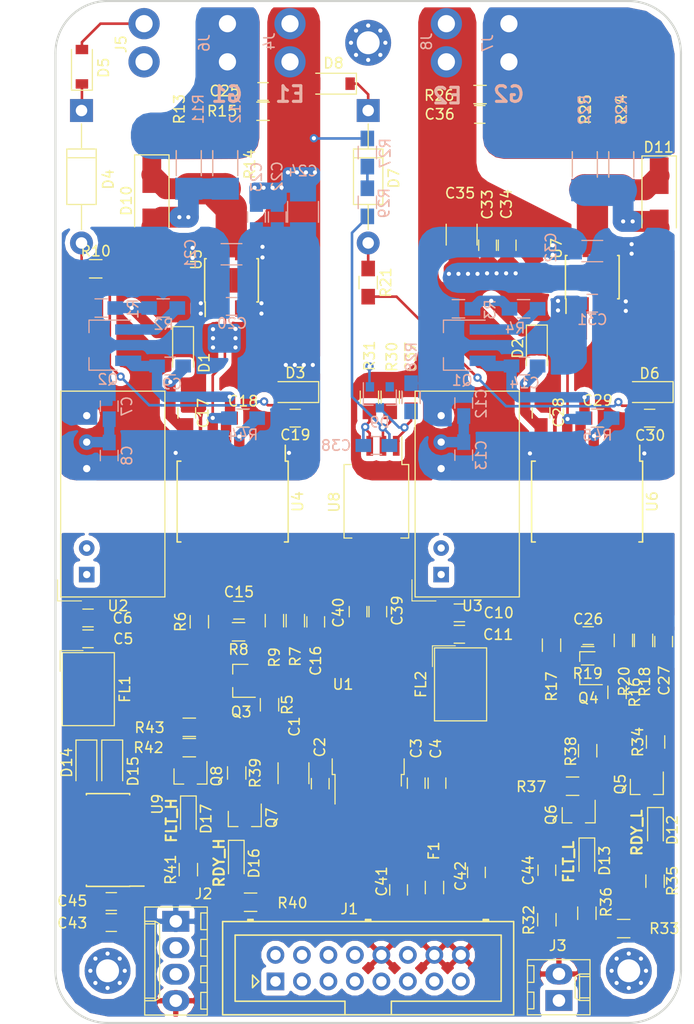
<source format=kicad_pcb>
(kicad_pcb (version 20171130) (host pcbnew no-vcs-found-9413793~61~ubuntu17.10.1)
  (layers (0 F.Cu signal) (31 B.Cu signal) (34 B.Paste user) (35 F.Paste user) (36 B.SilkS user hide) (37 F.SilkS user) (38 B.Mask user) (39 F.Mask user) (44 Edge.Cuts user))
  (net 0 "")
  (net 1 GND)
  (net 2 +5V)
  (net 3 "Net-(C5-Pad1)")
  (net 4 "Net-(C5-Pad2)")
  (net 5 PHASE)
  (net 6 /GD_HIGH/+VCC)
  (net 7 /GD_HIGH/-VEE)
  (net 8 /GD_HIGH/VCC_REG)
  (net 9 "Net-(C10-Pad1)")
  (net 10 "Net-(C10-Pad2)")
  (net 11 /GD_LOW/E)
  (net 12 /GD_LOW/+VCC)
  (net 13 /GD_LOW/-VEE)
  (net 14 /GD_LOW/VCC_REG)
  (net 15 "Net-(C15-Pad1)")
  (net 16 "Net-(C19-Pad1)")
  (net 17 /GD_HIGH/G)
  (net 18 "Net-(C26-Pad1)")
  (net 19 "Net-(C30-Pad1)")
  (net 20 /GD_LOW/G)
  (net 21 "Net-(C37-Pad1)")
  (net 22 PWM_H)
  (net 23 PWM_L)
  (net 24 "Net-(C44-Pad1)")
  (net 25 "Net-(D1-Pad1)")
  (net 26 "Net-(D2-Pad1)")
  (net 27 "Net-(D4-Pad2)")
  (net 28 "Net-(D4-Pad1)")
  (net 29 /GD_HIGH/C)
  (net 30 "Net-(D7-Pad1)")
  (net 31 "Net-(D7-Pad2)")
  (net 32 "Net-(F1-Pad1)")
  (net 33 TEMP)
  (net 34 FLT_ALL)
  (net 35 RST)
  (net 36 Vout-)
  (net 37 Vout+)
  (net 38 I+)
  (net 39 I-)
  (net 40 "Net-(Q3-Pad1)")
  (net 41 "Net-(Q4-Pad1)")
  (net 42 FLT_H)
  (net 43 RDY_H)
  (net 44 "Net-(D10-Pad2)")
  (net 45 FLT_L)
  (net 46 RDY_L)
  (net 47 "Net-(D11-Pad2)")
  (net 48 "Net-(R27-Pad1)")
  (net 49 "Net-(C38-Pad1)")
  (net 50 "Net-(C38-Pad2)")
  (net 51 "Net-(U5-Pad3)")
  (net 52 "Net-(U7-Pad3)")
  (net 53 "Net-(D12-Pad2)")
  (net 54 "Net-(D12-Pad1)")
  (net 55 "Net-(D13-Pad1)")
  (net 56 "Net-(D13-Pad2)")
  (net 57 "Net-(D14-Pad2)")
  (net 58 "Net-(D15-Pad2)")
  (net 59 "Net-(D16-Pad1)")
  (net 60 "Net-(D16-Pad2)")
  (net 61 "Net-(D17-Pad2)")
  (net 62 "Net-(D17-Pad1)")
  (net 63 "Net-(Q5-Pad1)")
  (net 64 "Net-(Q6-Pad1)")
  (net 65 "Net-(Q7-Pad1)")
  (net 66 "Net-(Q8-Pad1)")
  (net 67 "Net-(R38-Pad1)")
  (net 68 "Net-(R43-Pad1)")
  (net 69 "Net-(U4-Pad7)")
  (net 70 "Net-(U6-Pad7)")
  (net 71 "Net-(R44-Pad2)")
  (net 72 "Net-(R44-Pad1)")
  (net 73 "Net-(R45-Pad1)")
  (net 74 "Net-(R45-Pad2)")
  (net 75 VCC_IN)
  (net 76 "Net-(Q1-Pad1)")
  (net 77 "Net-(Q2-Pad1)")
  (net 78 "Net-(J1-Pad8)")
  (net 79 "Net-(J1-Pad7)")
  (net 80 "Net-(D10-Pad1)")
  (net 81 "Net-(D11-Pad1)")
  (module Resistors_SMD:R_1210_HandSoldering (layer F.Cu) (at 38.9636 22.4028 270)
    (fp_text reference C35 (at -3.97764 0.14986) (layer F.SilkS))
    (fp_text value 10u)
    (pad 1 smd rect (at -2 0 270) (size 2 2.5) (layers F.Cu F.Paste F.Mask) (net 11 /GD_LOW/E))
    (pad 2 smd rect (at 2 0 270) (size 2 2.5) (layers F.Cu F.Paste F.Mask) (net 13 /GD_LOW/-VEE))
  )
  (module Capacitors_SMD:C_0805_HandSoldering (layer F.Cu) (at 40.386 83.566 270)
    (fp_text reference C42 (at 0.3556 1.524 270) (layer F.SilkS))
    (fp_text value 100n)
    (pad 2 smd rect (at 1.25 0 270) (size 1.5 1.25) (layers F.Cu F.Paste F.Mask) (net 1 GND))
    (pad 1 smd rect (at -1.25 0 270) (size 1.5 1.25) (layers F.Cu F.Paste F.Mask) (net 23 PWM_L))
  )
  (module Resistors_SMD:R_0805_HandSoldering (layer F.Cu) (at 20.5359 67.4878 270)
    (fp_text reference R5 (at 0 -1.7 270) (layer F.SilkS))
    (fp_text value 1k)
    (pad 2 smd rect (at 1.35 0 270) (size 1.5 1.3) (layers F.Cu F.Paste F.Mask) (net 34 FLT_ALL))
    (pad 1 smd rect (at -1.35 0 270) (size 1.5 1.3) (layers F.Cu F.Paste F.Mask) (net 40 "Net-(Q3-Pad1)"))
  )
  (module Mounting_Holes:MountingHole_2.2mm_M2_Pad_Via (layer F.Cu) (at 30 4)
    (fp_text reference M3 hide)
    (fp_text value MountingHole_2.2mm_M2_Pad_Via)
    (pad "" thru_hole circle (at 1.166726 -1.166726) (size 0.7 0.7) (drill 0.4) (layers *.Cu *.Mask))
    (pad "" thru_hole circle (at 0 -1.65) (size 0.7 0.7) (drill 0.4) (layers *.Cu *.Mask))
    (pad "" thru_hole circle (at -1.166726 -1.166726) (size 0.7 0.7) (drill 0.4) (layers *.Cu *.Mask))
    (pad "" thru_hole circle (at -1.65 0) (size 0.7 0.7) (drill 0.4) (layers *.Cu *.Mask))
    (pad "" thru_hole circle (at -1.166726 1.166726) (size 0.7 0.7) (drill 0.4) (layers *.Cu *.Mask))
    (pad "" thru_hole circle (at 0 1.65) (size 0.7 0.7) (drill 0.4) (layers *.Cu *.Mask))
    (pad "" thru_hole circle (at 1.166726 1.166726) (size 0.7 0.7) (drill 0.4) (layers *.Cu *.Mask))
    (pad "" thru_hole circle (at 1.65 0) (size 0.7 0.7) (drill 0.4) (layers *.Cu *.Mask))
    (pad 1 thru_hole circle (at 0 0) (size 4.4 4.4) (drill 2.2) (layers *.Cu *.Mask))
  )
  (module Mounting_Holes:MountingHole_2.2mm_M2_Pad_Via (layer F.Cu) (at 5 93)
    (fp_text reference M1 hide)
    (fp_text value MountingHole_2.2mm_M2_Pad_Via)
    (pad "" thru_hole circle (at 1.166726 -1.166726) (size 0.7 0.7) (drill 0.4) (layers *.Cu *.Mask))
    (pad "" thru_hole circle (at 0 -1.65) (size 0.7 0.7) (drill 0.4) (layers *.Cu *.Mask))
    (pad "" thru_hole circle (at -1.166726 -1.166726) (size 0.7 0.7) (drill 0.4) (layers *.Cu *.Mask))
    (pad "" thru_hole circle (at -1.65 0) (size 0.7 0.7) (drill 0.4) (layers *.Cu *.Mask))
    (pad "" thru_hole circle (at -1.166726 1.166726) (size 0.7 0.7) (drill 0.4) (layers *.Cu *.Mask))
    (pad "" thru_hole circle (at 0 1.65) (size 0.7 0.7) (drill 0.4) (layers *.Cu *.Mask))
    (pad "" thru_hole circle (at 1.166726 1.166726) (size 0.7 0.7) (drill 0.4) (layers *.Cu *.Mask))
    (pad "" thru_hole circle (at 1.65 0) (size 0.7 0.7) (drill 0.4) (layers *.Cu *.Mask))
    (pad 1 thru_hole circle (at 0 0) (size 4.4 4.4) (drill 2.2) (layers *.Cu *.Mask))
  )
  (module Mounting_Holes:MountingHole_2.2mm_M2_Pad_Via (layer F.Cu) (at 55 93)
    (fp_text reference M2 hide)
    (fp_text value MountingHole_2.2mm_M2_Pad_Via)
    (pad 1 thru_hole circle (at 0 0) (size 4.4 4.4) (drill 2.2) (layers *.Cu *.Mask))
    (pad "" thru_hole circle (at 1.65 0) (size 0.7 0.7) (drill 0.4) (layers *.Cu *.Mask))
    (pad "" thru_hole circle (at 1.166726 1.166726) (size 0.7 0.7) (drill 0.4) (layers *.Cu *.Mask))
    (pad "" thru_hole circle (at 0 1.65) (size 0.7 0.7) (drill 0.4) (layers *.Cu *.Mask))
    (pad "" thru_hole circle (at -1.166726 1.166726) (size 0.7 0.7) (drill 0.4) (layers *.Cu *.Mask))
    (pad "" thru_hole circle (at -1.65 0) (size 0.7 0.7) (drill 0.4) (layers *.Cu *.Mask))
    (pad "" thru_hole circle (at -1.166726 -1.166726) (size 0.7 0.7) (drill 0.4) (layers *.Cu *.Mask))
    (pad "" thru_hole circle (at 0 -1.65) (size 0.7 0.7) (drill 0.4) (layers *.Cu *.Mask))
    (pad "" thru_hole circle (at 1.166726 -1.166726) (size 0.7 0.7) (drill 0.4) (layers *.Cu *.Mask))
  )
  (module Capacitors_SMD:C_1210_HandSoldering (layer F.Cu) (at 22.8346 74.0537 90)
    (fp_text reference C1 (at 4.4704 0.0889 90) (layer F.SilkS))
    (fp_text value 10u)
    (pad 2 smd rect (at 2 0 90) (size 2 2.5) (layers F.Cu F.Paste F.Mask) (net 1 GND))
    (pad 1 smd rect (at -2 0 90) (size 2 2.5) (layers F.Cu F.Paste F.Mask) (net 75 VCC_IN))
  )
  (module Capacitors_SMD:C_0805_HandSoldering (layer F.Cu) (at 25.4 75.057 90)
    (fp_text reference C2 (at 3.5052 -0.0381 90) (layer F.SilkS))
    (fp_text value 100n)
    (pad 1 smd rect (at -1.25 0 90) (size 1.5 1.25) (layers F.Cu F.Paste F.Mask) (net 75 VCC_IN))
    (pad 2 smd rect (at 1.25 0 90) (size 1.5 1.25) (layers F.Cu F.Paste F.Mask) (net 1 GND))
  )
  (module Capacitors_SMD:C_0805_HandSoldering (layer F.Cu) (at 34.6075 75.0062 90)
    (fp_text reference C3 (at 3.3401 0 90) (layer F.SilkS))
    (fp_text value 100n)
    (pad 1 smd rect (at -1.25 0 90) (size 1.5 1.25) (layers F.Cu F.Paste F.Mask) (net 2 +5V))
    (pad 2 smd rect (at 1.25 0 90) (size 1.5 1.25) (layers F.Cu F.Paste F.Mask) (net 1 GND))
  )
  (module Capacitors_SMD:C_0805_HandSoldering (layer F.Cu) (at 36.6014 75.0062 90)
    (fp_text reference C4 (at 3.302 -0.1143 90) (layer F.SilkS))
    (fp_text value 1u)
    (pad 2 smd rect (at 1.25 0 90) (size 1.5 1.25) (layers F.Cu F.Paste F.Mask) (net 1 GND))
    (pad 1 smd rect (at -1.25 0 90) (size 1.5 1.25) (layers F.Cu F.Paste F.Mask) (net 2 +5V))
  )
  (module Capacitors_SMD:C_0805_HandSoldering (layer F.Cu) (at 3.1242 61.1632)
    (fp_text reference C5 (at 3.3782 0) (layer F.SilkS))
    (fp_text value 100n)
    (pad 1 smd rect (at -1.25 0) (size 1.5 1.25) (layers F.Cu F.Paste F.Mask) (net 3 "Net-(C5-Pad1)"))
    (pad 2 smd rect (at 1.25 0) (size 1.5 1.25) (layers F.Cu F.Paste F.Mask) (net 4 "Net-(C5-Pad2)"))
  )
  (module Capacitors_SMD:C_0805_HandSoldering (layer F.Cu) (at 3.12674 59.16168)
    (fp_text reference C6 (at 3.32486 0.02032) (layer F.SilkS))
    (fp_text value 1u)
    (pad 2 smd rect (at 1.25 0) (size 1.5 1.25) (layers F.Cu F.Paste F.Mask) (net 4 "Net-(C5-Pad2)"))
    (pad 1 smd rect (at -1.25 0) (size 1.5 1.25) (layers F.Cu F.Paste F.Mask) (net 3 "Net-(C5-Pad1)"))
  )
  (module Capacitors_SMD:C_0805_HandSoldering (layer B.Cu) (at 5.1562 38.8493 270)
    (fp_text reference C7 (at 0.0127 -1.7018 270) (layer B.SilkS) (effects (justify mirror)))
    (fp_text value 1u)
    (pad 2 smd rect (at 1.25 0 270) (size 1.5 1.25) (layers B.Cu B.Paste B.Mask) (net 5 PHASE))
    (pad 1 smd rect (at -1.25 0 270) (size 1.5 1.25) (layers B.Cu B.Paste B.Mask) (net 6 /GD_HIGH/+VCC))
  )
  (module Capacitors_SMD:C_0805_HandSoldering (layer B.Cu) (at 5.1562 43.5864 270)
    (fp_text reference C8 (at 0 -1.7018 270) (layer B.SilkS) (effects (justify mirror)))
    (fp_text value 1u)
    (pad 1 smd rect (at -1.25 0 270) (size 1.5 1.25) (layers B.Cu B.Paste B.Mask) (net 5 PHASE))
    (pad 2 smd rect (at 1.25 0 270) (size 1.5 1.25) (layers B.Cu B.Paste B.Mask) (net 7 /GD_HIGH/-VEE))
  )
  (module Capacitors_SMD:C_0805_HandSoldering (layer B.Cu) (at 11 35)
    (fp_text reference C9 (at 0.19304 1.7272) (layer B.SilkS) (effects (justify mirror)))
    (fp_text value 1u)
    (pad 2 smd rect (at 1.25 0) (size 1.5 1.25) (layers B.Cu B.Paste B.Mask) (net 7 /GD_HIGH/-VEE))
    (pad 1 smd rect (at -1.25 0) (size 1.5 1.25) (layers B.Cu B.Paste B.Mask) (net 8 /GD_HIGH/VCC_REG))
  )
  (module Capacitors_SMD:C_0805_HandSoldering (layer F.Cu) (at 38.7477 58.674)
    (fp_text reference C10 (at 3.7719 0) (layer F.SilkS))
    (fp_text value 100n)
    (pad 1 smd rect (at -1.25 0) (size 1.5 1.25) (layers F.Cu F.Paste F.Mask) (net 9 "Net-(C10-Pad1)"))
    (pad 2 smd rect (at 1.25 0) (size 1.5 1.25) (layers F.Cu F.Paste F.Mask) (net 10 "Net-(C10-Pad2)"))
  )
  (module Capacitors_SMD:C_0805_HandSoldering (layer F.Cu) (at 38.7477 60.7314)
    (fp_text reference C11 (at 3.7211 0.0254) (layer F.SilkS))
    (fp_text value 1u)
    (pad 2 smd rect (at 1.25 0) (size 1.5 1.25) (layers F.Cu F.Paste F.Mask) (net 10 "Net-(C10-Pad2)"))
    (pad 1 smd rect (at -1.25 0) (size 1.5 1.25) (layers F.Cu F.Paste F.Mask) (net 9 "Net-(C10-Pad1)"))
  )
  (module Capacitors_SMD:C_0805_HandSoldering (layer B.Cu) (at 39.1668 38.5508 270)
    (fp_text reference C12 (at 0.0508 -1.6764 270) (layer B.SilkS) (effects (justify mirror)))
    (fp_text value 1u)
    (pad 2 smd rect (at 1.25 0 270) (size 1.5 1.25) (layers B.Cu B.Paste B.Mask) (net 11 /GD_LOW/E))
    (pad 1 smd rect (at -1.25 0 270) (size 1.5 1.25) (layers B.Cu B.Paste B.Mask) (net 12 /GD_LOW/+VCC))
  )
  (module Capacitors_SMD:C_0805_HandSoldering (layer B.Cu) (at 39.1668 43.5508 270)
    (fp_text reference C13 (at 0 -1.6764 270) (layer B.SilkS) (effects (justify mirror)))
    (fp_text value 1u)
    (pad 1 smd rect (at -1.25 0 270) (size 1.5 1.25) (layers B.Cu B.Paste B.Mask) (net 11 /GD_LOW/E))
    (pad 2 smd rect (at 1.25 0 270) (size 1.5 1.25) (layers B.Cu B.Paste B.Mask) (net 13 /GD_LOW/-VEE))
  )
  (module Capacitors_SMD:C_0805_HandSoldering (layer B.Cu) (at 45 35)
    (fp_text reference C14 (at 0.0088 1.62814) (layer B.SilkS) (effects (justify mirror)))
    (fp_text value 1u)
    (pad 2 smd rect (at 1.25 0) (size 1.5 1.25) (layers B.Cu B.Paste B.Mask) (net 13 /GD_LOW/-VEE))
    (pad 1 smd rect (at -1.25 0) (size 1.5 1.25) (layers B.Cu B.Paste B.Mask) (net 14 /GD_LOW/VCC_REG))
  )
  (module Capacitors_SMD:C_0805_HandSoldering (layer F.Cu) (at 17.6022 58.42)
    (fp_text reference C15 (at 0 -1.75) (layer F.SilkS))
    (fp_text value 100n)
    (pad 1 smd rect (at -1.25 0) (size 1.5 1.25) (layers F.Cu F.Paste F.Mask) (net 15 "Net-(C15-Pad1)"))
    (pad 2 smd rect (at 1.25 0) (size 1.5 1.25) (layers F.Cu F.Paste F.Mask) (net 1 GND))
  )
  (module Capacitors_SMD:C_0805_HandSoldering (layer F.Cu) (at 24.9682 59.5376 90)
    (fp_text reference C16 (at -3.7338 0 90) (layer F.SilkS))
    (fp_text value 100n)
    (pad 2 smd rect (at 1.25 0 90) (size 1.5 1.25) (layers F.Cu F.Paste F.Mask) (net 1 GND))
    (pad 1 smd rect (at -1.25 0 90) (size 1.5 1.25) (layers F.Cu F.Paste F.Mask) (net 2 +5V))
  )
  (module Capacitors_SMD:C_0805_HandSoldering (layer F.Cu) (at 12.5984 39.5 90)
    (fp_text reference C17 (at -0.0224 1.5748 90) (layer F.SilkS))
    (fp_text value 100n)
    (pad 2 smd rect (at 1.25 0 90) (size 1.5 1.25) (layers F.Cu F.Paste F.Mask) (net 5 PHASE))
    (pad 1 smd rect (at -1.25 0 90) (size 1.5 1.25) (layers F.Cu F.Paste F.Mask) (net 7 /GD_HIGH/-VEE))
  )
  (module Capacitors_SMD:C_0805_HandSoldering (layer F.Cu) (at 18 40 180)
    (fp_text reference C18 (at 0 1.63 180) (layer F.SilkS))
    (fp_text value 100n)
    (pad 1 smd rect (at -1.25 0 180) (size 1.5 1.25) (layers F.Cu F.Paste F.Mask) (net 5 PHASE))
    (pad 2 smd rect (at 1.25 0 180) (size 1.5 1.25) (layers F.Cu F.Paste F.Mask) (net 8 /GD_HIGH/VCC_REG))
  )
  (module Capacitors_SMD:C_0805_HandSoldering (layer F.Cu) (at 23 40 180)
    (fp_text reference C19 (at -0.0124 -1.6052 180) (layer F.SilkS))
    (fp_text value DNP)
    (pad 1 smd rect (at -1.25 0 180) (size 1.5 1.25) (layers F.Cu F.Paste F.Mask) (net 16 "Net-(C19-Pad1)"))
    (pad 2 smd rect (at 1.25 0 180) (size 1.5 1.25) (layers F.Cu F.Paste F.Mask) (net 5 PHASE))
  )
  (module Capacitors_SMD:C_0805_HandSoldering (layer B.Cu) (at 16.8904 29.2836)
    (fp_text reference C20 (at 0.0508 1.6256) (layer B.SilkS) (effects (justify mirror)))
    (fp_text value 100n)
    (pad 2 smd rect (at 1.25 0) (size 1.5 1.25) (layers B.Cu B.Paste B.Mask) (net 7 /GD_HIGH/-VEE))
    (pad 1 smd rect (at -1.25 0) (size 1.5 1.25) (layers B.Cu B.Paste B.Mask) (net 6 /GD_HIGH/+VCC))
  )
  (module Capacitors_SMD:C_1206_HandSoldering (layer B.Cu) (at 16.8904 24.2836)
    (fp_text reference C21 (at -3.9436 -0.03556 -90) (layer B.SilkS) (effects (justify mirror)))
    (fp_text value 4.7u)
    (pad 2 smd rect (at 2 0) (size 2 1.6) (layers B.Cu B.Paste B.Mask) (net 7 /GD_HIGH/-VEE))
    (pad 1 smd rect (at -2 0) (size 2 1.6) (layers B.Cu B.Paste B.Mask) (net 6 /GD_HIGH/+VCC))
  )
  (module Capacitors_SMD:C_0805_HandSoldering (layer B.Cu) (at 21.2822 20.713 270)
    (fp_text reference C22 (at -3.8989 0.01524 270) (layer B.SilkS) (effects (justify mirror)))
    (fp_text value 10n)
    (pad 2 smd rect (at 1.25 0 270) (size 1.5 1.25) (layers B.Cu B.Paste B.Mask) (net 7 /GD_HIGH/-VEE))
    (pad 1 smd rect (at -1.25 0 270) (size 1.5 1.25) (layers B.Cu B.Paste B.Mask) (net 5 PHASE))
  )
  (module Capacitors_SMD:C_0805_HandSoldering (layer B.Cu) (at 19.2822 20.713 270)
    (fp_text reference C23 (at -3.8354 -0.00762 270) (layer B.SilkS) (effects (justify mirror)))
    (fp_text value 100n)
    (pad 1 smd rect (at -1.25 0 270) (size 1.5 1.25) (layers B.Cu B.Paste B.Mask) (net 5 PHASE))
    (pad 2 smd rect (at 1.25 0 270) (size 1.5 1.25) (layers B.Cu B.Paste B.Mask) (net 7 /GD_HIGH/-VEE))
  )
  (module Resistors_SMD:R_1210_HandSoldering (layer B.Cu) (at 23.749 20.2184 270)
    (fp_text reference C24 (at -3.92176 0.0254 180) (layer B.SilkS) (effects (justify mirror)))
    (fp_text value 10u)
    (pad 2 smd rect (at 2 0 270) (size 2 2.5) (layers B.Cu B.Paste B.Mask) (net 7 /GD_HIGH/-VEE))
    (pad 1 smd rect (at -2 0 270) (size 2 2.5) (layers B.Cu B.Paste B.Mask) (net 5 PHASE))
  )
  (module Capacitors_SMD:C_0805_HandSoldering (layer F.Cu) (at 19.9136 8.67664)
    (fp_text reference C25 (at -3.68808 -0.05334) (layer F.SilkS))
    (fp_text value DNP)
    (pad 1 smd rect (at -1.25 0) (size 1.5 1.25) (layers F.Cu F.Paste F.Mask) (net 17 /GD_HIGH/G))
    (pad 2 smd rect (at 1.25 0) (size 1.5 1.25) (layers F.Cu F.Paste F.Mask) (net 5 PHASE))
  )
  (module Capacitors_SMD:C_0805_HandSoldering (layer F.Cu) (at 51.1048 60.8584)
    (fp_text reference C26 (at 0 -1.5875) (layer F.SilkS))
    (fp_text value 100n)
    (pad 2 smd rect (at 1.25 0) (size 1.5 1.25) (layers F.Cu F.Paste F.Mask) (net 1 GND))
    (pad 1 smd rect (at -1.25 0) (size 1.5 1.25) (layers F.Cu F.Paste F.Mask) (net 18 "Net-(C26-Pad1)"))
  )
  (module Capacitors_SMD:C_0805_HandSoldering (layer F.Cu) (at 58.3438 61.4299 90)
    (fp_text reference C27 (at -3.7465 0.0508 90) (layer F.SilkS))
    (fp_text value 100n)
    (pad 1 smd rect (at -1.25 0 90) (size 1.5 1.25) (layers F.Cu F.Paste F.Mask) (net 2 +5V))
    (pad 2 smd rect (at 1.25 0 90) (size 1.5 1.25) (layers F.Cu F.Paste F.Mask) (net 1 GND))
  )
  (module Capacitors_SMD:C_0805_HandSoldering (layer F.Cu) (at 46.5836 39.5 90)
    (fp_text reference C28 (at 0.0508 1.6891 90) (layer F.SilkS))
    (fp_text value 100n)
    (pad 2 smd rect (at 1.25 0 90) (size 1.5 1.25) (layers F.Cu F.Paste F.Mask) (net 11 /GD_LOW/E))
    (pad 1 smd rect (at -1.25 0 90) (size 1.5 1.25) (layers F.Cu F.Paste F.Mask) (net 13 /GD_LOW/-VEE))
  )
  (module Capacitors_SMD:C_0805_HandSoldering (layer F.Cu) (at 52 40 180)
    (fp_text reference C29 (at 0 1.6968 180) (layer F.SilkS))
    (fp_text value 100n)
    (pad 1 smd rect (at -1.25 0 180) (size 1.5 1.25) (layers F.Cu F.Paste F.Mask) (net 11 /GD_LOW/E))
    (pad 2 smd rect (at 1.25 0 180) (size 1.5 1.25) (layers F.Cu F.Paste F.Mask) (net 14 /GD_LOW/VCC_REG))
  )
  (module Capacitors_SMD:C_0805_HandSoldering (layer F.Cu) (at 57 40 180)
    (fp_text reference C30 (at -0.0484 -1.656 180) (layer F.SilkS))
    (fp_text value DNP)
    (pad 1 smd rect (at -1.25 0 180) (size 1.5 1.25) (layers F.Cu F.Paste F.Mask) (net 19 "Net-(C30-Pad1)"))
    (pad 2 smd rect (at 1.25 0 180) (size 1.5 1.25) (layers F.Cu F.Paste F.Mask) (net 11 /GD_LOW/E))
  )
  (module Capacitors_SMD:C_0805_HandSoldering (layer B.Cu) (at 51.5 28.9788)
    (fp_text reference C31 (at 0 1.5748 -180) (layer B.SilkS) (effects (justify mirror)))
    (fp_text value 100n)
    (pad 2 smd rect (at 1.25 0) (size 1.5 1.25) (layers B.Cu B.Paste B.Mask) (net 13 /GD_LOW/-VEE))
    (pad 1 smd rect (at -1.25 0) (size 1.5 1.25) (layers B.Cu B.Paste B.Mask) (net 12 /GD_LOW/+VCC))
  )
  (module Capacitors_SMD:C_1206_HandSoldering (layer B.Cu) (at 51.5 23.9788)
    (fp_text reference C32 (at -3.97764 -0.3429 -90) (layer B.SilkS) (effects (justify mirror)))
    (fp_text value 4.7u)
    (pad 2 smd rect (at 2 0) (size 2 1.6) (layers B.Cu B.Paste B.Mask) (net 13 /GD_LOW/-VEE))
    (pad 1 smd rect (at -2 0) (size 2 1.6) (layers B.Cu B.Paste B.Mask) (net 12 /GD_LOW/+VCC))
  )
  (module Capacitors_SMD:C_0805_HandSoldering (layer F.Cu) (at 41.4528 23.4188 270)
    (fp_text reference C33 (at -3.90398 0.02794 270) (layer F.SilkS))
    (fp_text value 10n)
    (pad 1 smd rect (at -1.25 0 270) (size 1.5 1.25) (layers F.Cu F.Paste F.Mask) (net 11 /GD_LOW/E))
    (pad 2 smd rect (at 1.25 0 270) (size 1.5 1.25) (layers F.Cu F.Paste F.Mask) (net 13 /GD_LOW/-VEE))
  )
  (module Capacitors_SMD:C_0805_HandSoldering (layer F.Cu) (at 43.3324 23.4188 270)
    (fp_text reference C34 (at -3.94208 0.07112 270) (layer F.SilkS))
    (fp_text value 100n)
    (pad 1 smd rect (at -1.25 0 270) (size 1.5 1.25) (layers F.Cu F.Paste F.Mask) (net 11 /GD_LOW/E))
    (pad 2 smd rect (at 1.25 0 270) (size 1.5 1.25) (layers F.Cu F.Paste F.Mask) (net 13 /GD_LOW/-VEE))
  )
  (module Capacitors_SMD:C_0805_HandSoldering (layer F.Cu) (at 40.7035 10.8712 180)
    (fp_text reference C36 (at 3.8481 0.0127 180) (layer F.SilkS))
    (fp_text value DNP)
    (pad 2 smd rect (at 1.25 0 180) (size 1.5 1.25) (layers F.Cu F.Paste F.Mask) (net 11 /GD_LOW/E))
    (pad 1 smd rect (at -1.25 0 180) (size 1.5 1.25) (layers F.Cu F.Paste F.Mask) (net 20 /GD_LOW/G))
  )
  (module Capacitors_SMD:C_0805_HandSoldering (layer F.Cu) (at 34.1122 38 90)
    (fp_text reference C37 (at 3.8624 -0.0508 90) (layer F.SilkS))
    (fp_text value 100n)
    (pad 2 smd rect (at 1.25 0 90) (size 1.5 1.25) (layers F.Cu F.Paste F.Mask) (net 11 /GD_LOW/E))
    (pad 1 smd rect (at -1.25 0 90) (size 1.5 1.25) (layers F.Cu F.Paste F.Mask) (net 21 "Net-(C37-Pad1)"))
  )
  (module Capacitors_SMD:C_0805_HandSoldering (layer F.Cu) (at 30.9245 58.5597 90)
    (fp_text reference C39 (at 0.1016 1.8542 90) (layer F.SilkS))
    (fp_text value 100n)
    (pad 1 smd rect (at -1.25 0 90) (size 1.5 1.25) (layers F.Cu F.Paste F.Mask) (net 2 +5V))
    (pad 2 smd rect (at 1.25 0 90) (size 1.5 1.25) (layers F.Cu F.Paste F.Mask) (net 1 GND))
  )
  (module Capacitors_SMD:C_0805_HandSoldering (layer F.Cu) (at 29.0322 58.5597 90)
    (fp_text reference C40 (at -0.0889 -1.8923 90) (layer F.SilkS))
    (fp_text value 2.2u)
    (pad 2 smd rect (at 1.25 0 90) (size 1.5 1.25) (layers F.Cu F.Paste F.Mask) (net 1 GND))
    (pad 1 smd rect (at -1.25 0 90) (size 1.5 1.25) (layers F.Cu F.Paste F.Mask) (net 2 +5V))
  )
  (module Capacitors_SMD:C_0805_HandSoldering (layer F.Cu) (at 32.9184 85.2424 270)
    (fp_text reference C41 (at -0.8128 1.6256 270) (layer F.SilkS))
    (fp_text value 100n)
    (pad 1 smd rect (at -1.25 0 270) (size 1.5 1.25) (layers F.Cu F.Paste F.Mask) (net 22 PWM_H))
    (pad 2 smd rect (at 1.25 0 270) (size 1.5 1.25) (layers F.Cu F.Paste F.Mask) (net 1 GND))
  )
  (module Capacitors_SMD:C_0805_HandSoldering (layer F.Cu) (at 5.35686 88.37422)
    (fp_text reference C43 (at -3.7465 0.0508) (layer F.SilkS))
    (fp_text value 1u)
    (pad 1 smd rect (at -1.25 0) (size 1.5 1.25) (layers F.Cu F.Paste F.Mask) (net 2 +5V))
    (pad 2 smd rect (at 1.25 0) (size 1.5 1.25) (layers F.Cu F.Paste F.Mask) (net 1 GND))
  )
  (module Capacitors_SMD:C_0805_HandSoldering (layer F.Cu) (at 47.1424 83.355058 90)
    (fp_text reference C44 (at -0.007742 -1.778 90) (layer F.SilkS))
    (fp_text value 1u)
    (pad 2 smd rect (at 1.25 0 90) (size 1.5 1.25) (layers F.Cu F.Paste F.Mask) (net 1 GND))
    (pad 1 smd rect (at -1.25 0 90) (size 1.5 1.25) (layers F.Cu F.Paste F.Mask) (net 24 "Net-(C44-Pad1)"))
  )
  (module Diodes_SMD:D_SOD-123 (layer F.Cu) (at 12.2428 33.4772 270)
    (fp_text reference D1 (at 1.2192 -2.032 270) (layer F.SilkS))
    (fp_text value MMSZ5251B)
    (pad 1 smd rect (at -1.65 0 270) (size 0.9 1.2) (layers F.Cu F.Paste F.Mask) (net 25 "Net-(D1-Pad1)"))
    (pad 2 smd rect (at 1.65 0 270) (size 0.9 1.2) (layers F.Cu F.Paste F.Mask) (net 7 /GD_HIGH/-VEE))
  )
  (module Diodes_SMD:D_SOD-123 (layer F.Cu) (at 46.1772 33.3248 270)
    (fp_text reference D2 (at 0 1.8288 90) (layer F.SilkS))
    (fp_text value MMSZ5251B)
    (pad 2 smd rect (at 1.65 0 270) (size 0.9 1.2) (layers F.Cu F.Paste F.Mask) (net 13 /GD_LOW/-VEE))
    (pad 1 smd rect (at -1.65 0 270) (size 0.9 1.2) (layers F.Cu F.Paste F.Mask) (net 26 "Net-(D2-Pad1)"))
  )
  (module Diodes_SMD:D_SOD-123 (layer F.Cu) (at 23 37.5 180)
    (fp_text reference D3 (at -0.0124 1.8384 180) (layer F.SilkS))
    (fp_text value D_Zener)
    (pad 1 smd rect (at -1.65 0 180) (size 0.9 1.2) (layers F.Cu F.Paste F.Mask) (net 16 "Net-(C19-Pad1)"))
    (pad 2 smd rect (at 1.65 0 180) (size 0.9 1.2) (layers F.Cu F.Paste F.Mask) (net 5 PHASE))
  )
  (module Diodes_THT:D_DO-41_SOD81_P12.70mm_Horizontal (layer F.Cu) (at 2.5 10.5 270)
    (fp_text reference D4 (at 6.60146 -2.57048 270) (layer F.SilkS))
    (fp_text value D)
    (pad 2 thru_hole oval (at 12.7 0 270) (size 2.2 2.2) (drill 1.1) (layers *.Cu *.Mask) (net 27 "Net-(D4-Pad2)"))
    (pad 1 thru_hole rect (at 0 0 270) (size 2.2 2.2) (drill 1.1) (layers *.Cu *.Mask) (net 28 "Net-(D4-Pad1)"))
  )
  (module Diodes_SMD:D_SOD-123 (layer F.Cu) (at 2.54 6.2992 90)
    (fp_text reference D5 (at -0.1016 2.0828 270) (layer F.SilkS))
    (fp_text value D_Zener)
    (pad 2 smd rect (at 1.65 0 90) (size 0.9 1.2) (layers F.Cu F.Paste F.Mask) (net 29 /GD_HIGH/C))
    (pad 1 smd rect (at -1.65 0 90) (size 0.9 1.2) (layers F.Cu F.Paste F.Mask) (net 28 "Net-(D4-Pad1)"))
  )
  (module Diodes_SMD:D_SOD-123 (layer F.Cu) (at 57 37.5 180)
    (fp_text reference D6 (at 0.0024 1.7876 180) (layer F.SilkS))
    (fp_text value D_Zener)
    (pad 1 smd rect (at -1.65 0 180) (size 0.9 1.2) (layers F.Cu F.Paste F.Mask) (net 19 "Net-(C30-Pad1)"))
    (pad 2 smd rect (at 1.65 0 180) (size 0.9 1.2) (layers F.Cu F.Paste F.Mask) (net 11 /GD_LOW/E))
  )
  (module Diodes_THT:D_DO-41_SOD81_P12.70mm_Horizontal (layer F.Cu) (at 30 10.5 270)
    (fp_text reference D7 (at 6.49478 -2.4612 270) (layer F.SilkS))
    (fp_text value D)
    (pad 1 thru_hole rect (at 0 0 270) (size 2.2 2.2) (drill 1.1) (layers *.Cu *.Mask) (net 30 "Net-(D7-Pad1)"))
    (pad 2 thru_hole oval (at 12.7 0 270) (size 2.2 2.2) (drill 1.1) (layers *.Cu *.Mask) (net 31 "Net-(D7-Pad2)"))
  )
  (module Diodes_SMD:D_SOD-123 (layer F.Cu) (at 26.6192 7.9248 180)
    (fp_text reference D8 (at -0.0524 1.9656 180) (layer F.SilkS))
    (fp_text value D_Zener)
    (pad 2 smd rect (at 1.65 0 180) (size 0.9 1.2) (layers F.Cu F.Paste F.Mask) (net 5 PHASE))
    (pad 1 smd rect (at -1.65 0 180) (size 0.9 1.2) (layers F.Cu F.Paste F.Mask) (net 30 "Net-(D7-Pad1)"))
  )
  (module Connectors_Molex:Molex_KK-6410-04_04x2.54mm_Straight (layer F.Cu) (at 11.5443 88.2523 270)
    (fp_text reference J2 (at -2.63398 -2.66446) (layer F.SilkS))
    (fp_text value Current)
    (pad 4 thru_hole oval (at 7.62 0 270) (size 2 2.6) (drill 1.2) (layers *.Cu *.Mask) (net 1 GND))
    (pad 3 thru_hole oval (at 5.08 0 270) (size 2 2.6) (drill 1.2) (layers *.Cu *.Mask) (net 39 I-))
    (pad 2 thru_hole oval (at 2.54 0 270) (size 2 2.6) (drill 1.2) (layers *.Cu *.Mask) (net 38 I+))
    (pad 1 thru_hole rect (at 0 0 270) (size 2 2.6) (drill 1.2) (layers *.Cu *.Mask) (net 2 +5V))
  )
  (module Connectors_Molex:Molex_KK-6410-02_02x2.54mm_Straight (layer F.Cu) (at 48.2981 95.8469 90)
    (fp_text reference J3 (at 5.2578 -0.1143 180) (layer F.SilkS))
    (fp_text value TEMP)
    (pad 2 thru_hole oval (at 2.54 0 90) (size 2 2.6) (drill 1.2) (layers *.Cu *.Mask) (net 1 GND))
    (pad 1 thru_hole rect (at 0 0 90) (size 2 2.6) (drill 1.2) (layers *.Cu *.Mask) (net 24 "Net-(C44-Pad1)"))
  )
  (module TO_SOT_Packages_SMD:SOT-89-3_Handsoldering (layer B.Cu) (at 39 33 180)
    (fp_text reference Q1 (at -0.0144 -3.3836) (layer B.SilkS) (effects (justify mirror)))
    (fp_text value Q_NPN_BCE)
    (pad 2 smd trapezoid (at -0.37 0 90) (size 1.5 0.75) (rect_delta 0 -0.5) (layers B.Cu B.Paste B.Mask) (net 12 /GD_LOW/+VCC))
    (pad 2 smd rect (at 1.98 0 270) (size 2 4) (layers B.Cu B.Paste B.Mask) (net 12 /GD_LOW/+VCC))
    (pad 3 smd rect (at -1.98 -1.5 270) (size 1 2.5) (layers B.Cu B.Paste B.Mask) (net 14 /GD_LOW/VCC_REG))
    (pad 2 smd rect (at -1.98 0 270) (size 1 2.5) (layers B.Cu B.Paste B.Mask) (net 12 /GD_LOW/+VCC))
    (pad 1 smd rect (at -1.98 1.5 270) (size 1 2.5) (layers B.Cu B.Paste B.Mask) (net 76 "Net-(Q1-Pad1)"))
  )
  (module TO_SOT_Packages_SMD:SOT-89-3_Handsoldering (layer B.Cu) (at 5 33 180)
    (fp_text reference Q2 (at -0.0292 -3.282 180) (layer B.SilkS) (effects (justify mirror)))
    (fp_text value Q_NPN_BCE)
    (pad 2 smd trapezoid (at -0.37 0 90) (size 1.5 0.75) (rect_delta 0 -0.5) (layers B.Cu B.Paste B.Mask) (net 6 /GD_HIGH/+VCC))
    (pad 2 smd rect (at 1.98 0 270) (size 2 4) (layers B.Cu B.Paste B.Mask) (net 6 /GD_HIGH/+VCC))
    (pad 3 smd rect (at -1.98 -1.5 270) (size 1 2.5) (layers B.Cu B.Paste B.Mask) (net 8 /GD_HIGH/VCC_REG))
    (pad 2 smd rect (at -1.98 0 270) (size 1 2.5) (layers B.Cu B.Paste B.Mask) (net 6 /GD_HIGH/+VCC))
    (pad 1 smd rect (at -1.98 1.5 270) (size 1 2.5) (layers B.Cu B.Paste B.Mask) (net 77 "Net-(Q2-Pad1)"))
  )
  (module TO_SOT_Packages_SMD:SOT-23 (layer F.Cu) (at 17.7673 65.1891 180)
    (fp_text reference Q3 (at -0.0508 -2.9845 180) (layer F.SilkS))
    (fp_text value 2N7002K-7)
    (pad 3 smd rect (at 1 0 180) (size 0.9 0.8) (layers F.Cu F.Paste F.Mask) (net 15 "Net-(C15-Pad1)"))
    (pad 2 smd rect (at -1 0.95 180) (size 0.9 0.8) (layers F.Cu F.Paste F.Mask) (net 1 GND))
    (pad 1 smd rect (at -1 -0.95 180) (size 0.9 0.8) (layers F.Cu F.Paste F.Mask) (net 40 "Net-(Q3-Pad1)"))
  )
  (module TO_SOT_Packages_SMD:SOT-23 (layer F.Cu) (at 51.054 63.9826 180)
    (fp_text reference Q4 (at -0.0635 -2.8702 180) (layer F.SilkS))
    (fp_text value 2N7002K-7)
    (pad 1 smd rect (at -1 -0.95 180) (size 0.9 0.8) (layers F.Cu F.Paste F.Mask) (net 41 "Net-(Q4-Pad1)"))
    (pad 2 smd rect (at -1 0.95 180) (size 0.9 0.8) (layers F.Cu F.Paste F.Mask) (net 1 GND))
    (pad 3 smd rect (at 1 0 180) (size 0.9 0.8) (layers F.Cu F.Paste F.Mask) (net 18 "Net-(C26-Pad1)"))
  )
  (module Resistors_SMD:R_0805_HandSoldering (layer B.Cu) (at 4.3942 29.4386 180)
    (fp_text reference R1 (at -3.05308 -0.07366 90) (layer B.SilkS) (effects (justify mirror)))
    (fp_text value 10k)
    (pad 2 smd rect (at 1.35 0 180) (size 1.5 1.3) (layers B.Cu B.Paste B.Mask) (net 6 /GD_HIGH/+VCC))
    (pad 1 smd rect (at -1.35 0 180) (size 1.5 1.3) (layers B.Cu B.Paste B.Mask) (net 25 "Net-(D1-Pad1)"))
  )
  (module Resistors_SMD:R_0805_HandSoldering (layer B.Cu) (at 10.3378 29.4386)
    (fp_text reference R2 (at 0.03048 1.57734) (layer B.SilkS) (effects (justify mirror)))
    (fp_text value 0)
    (pad 1 smd rect (at -1.35 0) (size 1.5 1.3) (layers B.Cu B.Paste B.Mask) (net 25 "Net-(D1-Pad1)"))
    (pad 2 smd rect (at 1.35 0) (size 1.5 1.3) (layers B.Cu B.Paste B.Mask) (net 77 "Net-(Q2-Pad1)"))
  )
  (module Resistors_SMD:R_0805_HandSoldering (layer B.Cu) (at 38.6588 29.5148 180)
    (fp_text reference R3 (at -3.04038 -0.06604 90) (layer B.SilkS) (effects (justify mirror)))
    (fp_text value 10k)
    (pad 1 smd rect (at -1.35 0 180) (size 1.5 1.3) (layers B.Cu B.Paste B.Mask) (net 26 "Net-(D2-Pad1)"))
    (pad 2 smd rect (at 1.35 0 180) (size 1.5 1.3) (layers B.Cu B.Paste B.Mask) (net 12 /GD_LOW/+VCC))
  )
  (module Resistors_SMD:R_0805_HandSoldering (layer B.Cu) (at 44.9072 29.5148)
    (fp_text reference R4 (at -0.80518 1.85166) (layer B.SilkS) (effects (justify mirror)))
    (fp_text value 0)
    (pad 1 smd rect (at -1.35 0) (size 1.5 1.3) (layers B.Cu B.Paste B.Mask) (net 26 "Net-(D2-Pad1)"))
    (pad 2 smd rect (at 1.35 0) (size 1.5 1.3) (layers B.Cu B.Paste B.Mask) (net 76 "Net-(Q1-Pad1)"))
  )
  (module Resistors_SMD:R_0805_HandSoldering (layer F.Cu) (at 13.8049 59.5249 270)
    (fp_text reference R6 (at 0 1.8161 270) (layer F.SilkS))
    (fp_text value 1k)
    (pad 2 smd rect (at 1.35 0 270) (size 1.5 1.3) (layers F.Cu F.Paste F.Mask) (net 22 PWM_H))
    (pad 1 smd rect (at -1.35 0 270) (size 1.5 1.3) (layers F.Cu F.Paste F.Mask) (net 15 "Net-(C15-Pad1)"))
  )
  (module Resistors_SMD:R_0805_HandSoldering (layer F.Cu) (at 23.0124 59.4233 90)
    (fp_text reference R7 (at -3.4417 0 90) (layer F.SilkS))
    (fp_text value 10k)
    (pad 1 smd rect (at -1.35 0 90) (size 1.5 1.3) (layers F.Cu F.Paste F.Mask) (net 2 +5V))
    (pad 2 smd rect (at 1.35 0 90) (size 1.5 1.3) (layers F.Cu F.Paste F.Mask) (net 42 FLT_H))
  )
  (module Resistors_SMD:R_0805_HandSoldering (layer F.Cu) (at 17.5641 60.4901 180)
    (fp_text reference R8 (at 0 -1.7 180) (layer F.SilkS))
    (fp_text value 47k)
    (pad 1 smd rect (at -1.35 0 180) (size 1.5 1.3) (layers F.Cu F.Paste F.Mask) (net 1 GND))
    (pad 2 smd rect (at 1.35 0 180) (size 1.5 1.3) (layers F.Cu F.Paste F.Mask) (net 15 "Net-(C15-Pad1)"))
  )
  (module Resistors_SMD:R_0805_HandSoldering (layer F.Cu) (at 21.0058 59.4233 90)
    (fp_text reference R9 (at -3.5179 0 90) (layer F.SilkS))
    (fp_text value 10k)
    (pad 2 smd rect (at 1.35 0 90) (size 1.5 1.3) (layers F.Cu F.Paste F.Mask) (net 43 RDY_H))
    (pad 1 smd rect (at -1.35 0 90) (size 1.5 1.3) (layers F.Cu F.Paste F.Mask) (net 2 +5V))
  )
  (module Resistors_SMD:R_0805_HandSoldering (layer F.Cu) (at 3.8646 25.6794)
    (fp_text reference R10 (at 0 -1.7) (layer F.SilkS))
    (fp_text value 10k)
    (pad 2 smd rect (at 1.35 0) (size 1.5 1.3) (layers F.Cu F.Paste F.Mask) (net 16 "Net-(C19-Pad1)"))
    (pad 1 smd rect (at -1.35 0) (size 1.5 1.3) (layers F.Cu F.Paste F.Mask) (net 27 "Net-(D4-Pad2)"))
  )
  (module Resistors_SMD:R_MELF_MMB-0207 (layer B.Cu) (at 12.794 15.5496 90)
    (fp_text reference R11 (at 5.1864 0.9068 90) (layer B.SilkS) (effects (justify mirror)))
    (fp_text value DND)
    (pad 1 smd rect (at -2.45 0 90) (size 2.1 2.6) (layers B.Cu B.Paste B.Mask) (net 44 "Net-(D10-Pad2)"))
    (pad 2 smd rect (at 2.45 0 90) (size 2.1 2.6) (layers B.Cu B.Paste B.Mask) (net 17 /GD_HIGH/G))
  )
  (module Resistors_SMD:R_MELF_MMB-0207 (layer B.Cu) (at 16.294 15.5496 90)
    (fp_text reference R12 (at 5.2372 0.9524 90) (layer B.SilkS) (effects (justify mirror)))
    (fp_text value DND)
    (pad 2 smd rect (at 2.45 0 90) (size 2.1 2.6) (layers B.Cu B.Paste B.Mask) (net 17 /GD_HIGH/G))
    (pad 1 smd rect (at -2.45 0 90) (size 2.1 2.6) (layers B.Cu B.Paste B.Mask) (net 44 "Net-(D10-Pad2)"))
  )
  (module Resistors_SMD:R_MELF_MMB-0207 (layer F.Cu) (at 12.7836 15.5496 90)
    (fp_text reference R13 (at 5.1864 -0.8964 90) (layer F.SilkS))
    (fp_text value 20)
    (pad 2 smd rect (at 2.45 0 90) (size 2.1 2.6) (layers F.Cu F.Paste F.Mask) (net 17 /GD_HIGH/G))
    (pad 1 smd rect (at -2.45 0 90) (size 2.1 2.6) (layers F.Cu F.Paste F.Mask) (net 80 "Net-(D10-Pad1)"))
  )
  (module Resistors_SMD:R_MELF_MMB-0207 (layer F.Cu) (at 16.2836 15.5496 90)
    (fp_text reference R14 (at -0.0968 2.36 90) (layer F.SilkS))
    (fp_text value 20)
    (pad 1 smd rect (at -2.45 0 90) (size 2.1 2.6) (layers F.Cu F.Paste F.Mask) (net 80 "Net-(D10-Pad1)"))
    (pad 2 smd rect (at 2.45 0 90) (size 2.1 2.6) (layers F.Cu F.Paste F.Mask) (net 17 /GD_HIGH/G))
  )
  (module Resistors_SMD:R_0805_HandSoldering (layer F.Cu) (at 19.9136 10.5664)
    (fp_text reference R15 (at -3.92684 -0.01016) (layer F.SilkS))
    (fp_text value 47k)
    (pad 2 smd rect (at 1.35 0) (size 1.5 1.3) (layers F.Cu F.Paste F.Mask) (net 5 PHASE))
    (pad 1 smd rect (at -1.35 0) (size 1.5 1.3) (layers F.Cu F.Paste F.Mask) (net 17 /GD_HIGH/G))
  )
  (module Resistors_SMD:R_0805_HandSoldering (layer F.Cu) (at 53.8734 66.294 270)
    (fp_text reference R16 (at 0 -1.7 270) (layer F.SilkS))
    (fp_text value 1k)
    (pad 1 smd rect (at -1.35 0 270) (size 1.5 1.3) (layers F.Cu F.Paste F.Mask) (net 41 "Net-(Q4-Pad1)"))
    (pad 2 smd rect (at 1.35 0 270) (size 1.5 1.3) (layers F.Cu F.Paste F.Mask) (net 34 FLT_ALL))
  )
  (module Resistors_SMD:R_0805_HandSoldering (layer F.Cu) (at 47.5869 61.7728 270)
    (fp_text reference R17 (at 3.9662 0 270) (layer F.SilkS))
    (fp_text value 1k)
    (pad 1 smd rect (at -1.35 0 270) (size 1.5 1.3) (layers F.Cu F.Paste F.Mask) (net 18 "Net-(C26-Pad1)"))
    (pad 2 smd rect (at 1.35 0 270) (size 1.5 1.3) (layers F.Cu F.Paste F.Mask) (net 23 PWM_L))
  )
  (module Resistors_SMD:R_0805_HandSoldering (layer F.Cu) (at 56.4134 61.3156 90)
    (fp_text reference R18 (at -3.9624 0.1143 90) (layer F.SilkS))
    (fp_text value 10k)
    (pad 2 smd rect (at 1.35 0 90) (size 1.5 1.3) (layers F.Cu F.Paste F.Mask) (net 45 FLT_L))
    (pad 1 smd rect (at -1.35 0 90) (size 1.5 1.3) (layers F.Cu F.Paste F.Mask) (net 2 +5V))
  )
  (module Resistors_SMD:R_0805_HandSoldering (layer F.Cu) (at 51.054 62.7888 180)
    (fp_text reference R19 (at 0 -1.7 180) (layer F.SilkS))
    (fp_text value 47k)
    (pad 2 smd rect (at 1.35 0 180) (size 1.5 1.3) (layers F.Cu F.Paste F.Mask) (net 18 "Net-(C26-Pad1)"))
    (pad 1 smd rect (at -1.35 0 180) (size 1.5 1.3) (layers F.Cu F.Paste F.Mask) (net 1 GND))
  )
  (module Resistors_SMD:R_0805_HandSoldering (layer F.Cu) (at 54.483 61.3156 90)
    (fp_text reference R20 (at -3.9243 0.0762 90) (layer F.SilkS))
    (fp_text value 10k)
    (pad 2 smd rect (at 1.35 0 90) (size 1.5 1.3) (layers F.Cu F.Paste F.Mask) (net 46 RDY_L))
    (pad 1 smd rect (at -1.35 0 90) (size 1.5 1.3) (layers F.Cu F.Paste F.Mask) (net 2 +5V))
  )
  (module Resistors_SMD:R_0805_HandSoldering (layer F.Cu) (at 30 27 270)
    (fp_text reference R21 (at 0 -1.7 270) (layer F.SilkS))
    (fp_text value 10k)
    (pad 1 smd rect (at -1.35 0 270) (size 1.5 1.3) (layers F.Cu F.Paste F.Mask) (net 31 "Net-(D7-Pad2)"))
    (pad 2 smd rect (at 1.35 0 270) (size 1.5 1.3) (layers F.Cu F.Paste F.Mask) (net 19 "Net-(C30-Pad1)"))
  )
  (module Resistors_SMD:R_MELF_MMB-0207 (layer B.Cu) (at 50.7856 15.702 90)
    (fp_text reference R22 (at 5.2578 -0.0889 90) (layer B.SilkS) (effects (justify mirror)))
    (fp_text value DND)
    (pad 2 smd rect (at 2.45 0 90) (size 2.1 2.6) (layers B.Cu B.Paste B.Mask) (net 20 /GD_LOW/G))
    (pad 1 smd rect (at -2.45 0 90) (size 2.1 2.6) (layers B.Cu B.Paste B.Mask) (net 47 "Net-(D11-Pad2)"))
  )
  (module Resistors_SMD:R_MELF_MMB-0207 (layer B.Cu) (at 54.2856 15.702 90)
    (fp_text reference R23 (at 5.2578 0.0127 90) (layer B.SilkS) (effects (justify mirror)))
    (fp_text value DND)
    (pad 1 smd rect (at -2.45 0 90) (size 2.1 2.6) (layers B.Cu B.Paste B.Mask) (net 47 "Net-(D11-Pad2)"))
    (pad 2 smd rect (at 2.45 0 90) (size 2.1 2.6) (layers B.Cu B.Paste B.Mask) (net 20 /GD_LOW/G))
  )
  (module Resistors_SMD:R_MELF_MMB-0207 (layer F.Cu) (at 54.2752 15.6512 90)
    (fp_text reference R24 (at 5.2843 0.0254 90) (layer F.SilkS))
    (fp_text value 20)
    (pad 2 smd rect (at 2.45 0 90) (size 2.1 2.6) (layers F.Cu F.Paste F.Mask) (net 20 /GD_LOW/G))
    (pad 1 smd rect (at -2.45 0 90) (size 2.1 2.6) (layers F.Cu F.Paste F.Mask) (net 81 "Net-(D11-Pad1)"))
  )
  (module Resistors_SMD:R_MELF_MMB-0207 (layer F.Cu) (at 50.7752 15.6512 90)
    (fp_text reference R25 (at 5.2578 0.0762 90) (layer F.SilkS))
    (fp_text value 20)
    (pad 1 smd rect (at -2.45 0 90) (size 2.1 2.6) (layers F.Cu F.Paste F.Mask) (net 81 "Net-(D11-Pad1)"))
    (pad 2 smd rect (at 2.45 0 90) (size 2.1 2.6) (layers F.Cu F.Paste F.Mask) (net 20 /GD_LOW/G))
  )
  (module Resistors_SMD:R_0805_HandSoldering (layer F.Cu) (at 40.7289 8.9662 180)
    (fp_text reference R26 (at 3.9116 -0.0889 180) (layer F.SilkS))
    (fp_text value 47k)
    (pad 1 smd rect (at -1.35 0 180) (size 1.5 1.3) (layers F.Cu F.Paste F.Mask) (net 20 /GD_LOW/G))
    (pad 2 smd rect (at 1.35 0 180) (size 1.5 1.3) (layers F.Cu F.Paste F.Mask) (net 11 /GD_LOW/E))
  )
  (module Resistors_SMD:R_0805_HandSoldering (layer B.Cu) (at 29.9212 14.5288 90)
    (fp_text reference R27 (at -0.05842 1.7096 90) (layer B.SilkS) (effects (justify mirror)))
    (fp_text value 1M)
    (pad 1 smd rect (at -1.35 0 90) (size 1.5 1.3) (layers B.Cu B.Paste B.Mask) (net 48 "Net-(R27-Pad1)"))
    (pad 2 smd rect (at 1.35 0 90) (size 1.5 1.3) (layers B.Cu B.Paste B.Mask) (net 5 PHASE))
  )
  (module Resistors_SMD:R_0805_HandSoldering (layer B.Cu) (at 34.1176 38 90)
    (fp_text reference R28 (at 3.8624 0.0127 90) (layer B.SilkS) (effects (justify mirror)))
    (fp_text value 200)
    (pad 2 smd rect (at 1.35 0 90) (size 1.5 1.3) (layers B.Cu B.Paste B.Mask) (net 12 /GD_LOW/+VCC))
    (pad 1 smd rect (at -1.35 0 90) (size 1.5 1.3) (layers B.Cu B.Paste B.Mask) (net 21 "Net-(C37-Pad1)"))
  )
  (module Resistors_SMD:R_0805_HandSoldering (layer B.Cu) (at 29.9212 19.304 90)
    (fp_text reference R29 (at -0.074 1.608 90) (layer B.SilkS) (effects (justify mirror)))
    (fp_text value 1M)
    (pad 2 smd rect (at 1.35 0 90) (size 1.5 1.3) (layers B.Cu B.Paste B.Mask) (net 48 "Net-(R27-Pad1)"))
    (pad 1 smd rect (at -1.35 0 90) (size 1.5 1.3) (layers B.Cu B.Paste B.Mask) (net 49 "Net-(C38-Pad1)"))
  )
  (module Resistors_SMD:R_0805_HandSoldering (layer F.Cu) (at 32.1176 38 270)
    (fp_text reference R30 (at -3.8735 -0.1524 270) (layer F.SilkS))
    (fp_text value 1k)
    (pad 2 smd rect (at 1.35 0 270) (size 1.5 1.3) (layers F.Cu F.Paste F.Mask) (net 49 "Net-(C38-Pad1)"))
    (pad 1 smd rect (at -1.35 0 270) (size 1.5 1.3) (layers F.Cu F.Paste F.Mask) (net 11 /GD_LOW/E))
  )
  (module Resistors_SMD:R_0805_HandSoldering (layer F.Cu) (at 30.1176 38 270)
    (fp_text reference R31 (at -3.9751 -0.0127 270) (layer F.SilkS))
    (fp_text value 1k)
    (pad 1 smd rect (at -1.35 0 270) (size 1.5 1.3) (layers F.Cu F.Paste F.Mask) (net 11 /GD_LOW/E))
    (pad 2 smd rect (at 1.35 0 270) (size 1.5 1.3) (layers F.Cu F.Paste F.Mask) (net 50 "Net-(C38-Pad2)"))
  )
  (module Resistors_SMD:R_0805_HandSoldering (layer F.Cu) (at 47.141202 88.104858 270)
    (fp_text reference R32 (at 0.033142 1.726002 270) (layer F.SilkS))
    (fp_text value R)
    (pad 1 smd rect (at -1.35 0 270) (size 1.5 1.3) (layers F.Cu F.Paste F.Mask) (net 24 "Net-(C44-Pad1)"))
    (pad 2 smd rect (at 1.35 0 270) (size 1.5 1.3) (layers F.Cu F.Paste F.Mask) (net 33 TEMP))
  )
  (module Resistors_SMD:R_0805_HandSoldering (layer F.Cu) (at 54.5084 88.9508 180)
    (fp_text reference R33 (at -3.8989 0 180) (layer F.SilkS))
    (fp_text value R)
    (pad 2 smd rect (at 1.35 0 180) (size 1.5 1.3) (layers F.Cu F.Paste F.Mask) (net 24 "Net-(C44-Pad1)"))
    (pad 1 smd rect (at -1.35 0 180) (size 1.5 1.3) (layers F.Cu F.Paste F.Mask) (net 2 +5V))
  )
  (module Capacitors_SMD:C_0805_HandSoldering (layer B.Cu) (at 30.7848 42.6212 180)
    (fp_text reference C38 (at 3.8608 0) (layer B.SilkS) (effects (justify mirror)))
    (fp_text value 330p)
    (pad 1 smd rect (at -1.25 0 180) (size 1.5 1.25) (layers B.Cu B.Paste B.Mask) (net 49 "Net-(C38-Pad1)"))
    (pad 2 smd rect (at 1.25 0 180) (size 1.5 1.25) (layers B.Cu B.Paste B.Mask) (net 50 "Net-(C38-Pad2)"))
  )
  (module Capacitors_SMD:C_0805_HandSoldering (layer F.Cu) (at 5.35686 86.35492)
    (fp_text reference C45 (at -3.7465 -0.0508) (layer F.SilkS))
    (fp_text value 100n)
    (pad 1 smd rect (at -1.25 0) (size 1.5 1.25) (layers F.Cu F.Paste F.Mask) (net 2 +5V))
    (pad 2 smd rect (at 1.25 0) (size 1.5 1.25) (layers F.Cu F.Paste F.Mask) (net 1 GND))
  )
  (module Diodes_SMD:D_SOT-23_ANK (layer B.Cu) (at 31.1176 38 270)
    (fp_text reference D9 (at 2.3876 0.0127 180) (layer B.SilkS) (effects (justify mirror)))
    (fp_text value 5V)
    (pad 1 smd rect (at 1 0 270) (size 0.9 0.8) (layers B.Cu B.Paste B.Mask) (net 21 "Net-(C37-Pad1)"))
    (pad "" smd rect (at -1 -0.95 270) (size 0.9 0.8) (layers B.Cu B.Paste B.Mask))
    (pad 2 smd rect (at -1 0.95 270) (size 0.9 0.8) (layers B.Cu B.Paste B.Mask) (net 11 /GD_LOW/E))
  )
  (module Diodes_SMD:D_SMA_Handsoldering (layer F.Cu) (at 9.2456 19.1516 270)
    (fp_text reference D10 (at 0 2.4384 270) (layer F.SilkS))
    (fp_text value D)
    (pad 1 smd rect (at -2.5 0 270) (size 3.5 1.8) (layers F.Cu F.Paste F.Mask) (net 80 "Net-(D10-Pad1)"))
    (pad 2 smd rect (at 2.5 0 270) (size 3.5 1.8) (layers F.Cu F.Paste F.Mask) (net 44 "Net-(D10-Pad2)"))
  )
  (module Diodes_SMD:D_SMA_Handsoldering (layer F.Cu) (at 57.912 19.2532 270)
    (fp_text reference D11 (at -5.2324 0.0508) (layer F.SilkS))
    (fp_text value D)
    (pad 2 smd rect (at 2.5 0 270) (size 3.5 1.8) (layers F.Cu F.Paste F.Mask) (net 47 "Net-(D11-Pad2)"))
    (pad 1 smd rect (at -2.5 0 270) (size 3.5 1.8) (layers F.Cu F.Paste F.Mask) (net 81 "Net-(D11-Pad1)"))
  )
  (module LEDs:LED_0805_HandSoldering (layer F.Cu) (at 57.5564 79.5401 270)
    (fp_text reference D12 (at -0.0381 -1.6256 270) (layer F.SilkS))
    (fp_text value LED)
    (pad 1 smd rect (at -1.35 0 270) (size 1.5 1.3) (layers F.Cu F.Paste F.Mask) (net 54 "Net-(D12-Pad1)"))
    (pad 2 smd rect (at 1.35 0 270) (size 1.5 1.3) (layers F.Cu F.Paste F.Mask) (net 53 "Net-(D12-Pad2)"))
  )
  (module LEDs:LED_0805_HandSoldering (layer F.Cu) (at 50.9778 82.4649 270)
    (fp_text reference D13 (at -0.0165 -1.7018 270) (layer F.SilkS))
    (fp_text value LED)
    (pad 2 smd rect (at 1.35 0 270) (size 1.5 1.3) (layers F.Cu F.Paste F.Mask) (net 56 "Net-(D13-Pad2)"))
    (pad 1 smd rect (at -1.35 0 270) (size 1.5 1.3) (layers F.Cu F.Paste F.Mask) (net 55 "Net-(D13-Pad1)"))
  )
  (module Diodes_SMD:D_SOD-123 (layer F.Cu) (at 2.96926 73.12152 270)
    (fp_text reference D14 (at -0.0889 1.8796 270) (layer F.SilkS))
    (fp_text value B140HW)
    (pad 1 smd rect (at -1.65 0 270) (size 0.9 1.2) (layers F.Cu F.Paste F.Mask) (net 34 FLT_ALL))
    (pad 2 smd rect (at 1.65 0 270) (size 0.9 1.2) (layers F.Cu F.Paste F.Mask) (net 57 "Net-(D14-Pad2)"))
  )
  (module Diodes_SMD:D_SOD-123 (layer F.Cu) (at 5.44576 73.12152 270)
    (fp_text reference D15 (at 0.74676 -2.00152 270) (layer F.SilkS))
    (fp_text value B140HW)
    (pad 2 smd rect (at 1.65 0 270) (size 0.9 1.2) (layers F.Cu F.Paste F.Mask) (net 58 "Net-(D15-Pad2)"))
    (pad 1 smd rect (at -1.65 0 270) (size 0.9 1.2) (layers F.Cu F.Paste F.Mask) (net 34 FLT_ALL))
  )
  (module LEDs:LED_0805_HandSoldering (layer F.Cu) (at 17.3482 82.6897 270)
    (fp_text reference D16 (at 0 -1.7 270) (layer F.SilkS))
    (fp_text value LED)
    (pad 2 smd rect (at 1.35 0 270) (size 1.5 1.3) (layers F.Cu F.Paste F.Mask) (net 60 "Net-(D16-Pad2)"))
    (pad 1 smd rect (at -1.35 0 270) (size 1.5 1.3) (layers F.Cu F.Paste F.Mask) (net 59 "Net-(D16-Pad1)"))
  )
  (module LEDs:LED_0805_HandSoldering (layer F.Cu) (at 12.7508 78.4352 270)
    (fp_text reference D17 (at 0 -1.7 270) (layer F.SilkS))
    (fp_text value LED)
    (pad 1 smd rect (at -1.35 0 270) (size 1.5 1.3) (layers F.Cu F.Paste F.Mask) (net 62 "Net-(D17-Pad1)"))
    (pad 2 smd rect (at 1.35 0 270) (size 1.5 1.3) (layers F.Cu F.Paste F.Mask) (net 61 "Net-(D17-Pad2)"))
  )
  (module Resistors_SMD:R_0805_HandSoldering (layer F.Cu) (at 36.3601 85.0138 90)
    (fp_text reference F1 (at 3.5179 -0.0635 90) (layer F.SilkS))
    (fp_text value Fuse)
    (pad 1 smd rect (at -1.35 0 90) (size 1.5 1.3) (layers F.Cu F.Paste F.Mask) (net 32 "Net-(F1-Pad1)"))
    (pad 2 smd rect (at 1.35 0 90) (size 1.5 1.3) (layers F.Cu F.Paste F.Mask) (net 75 VCC_IN))
  )
  (module TO_SOT_Packages_SMD:SOT-23 (layer F.Cu) (at 56.7309 75.3364 270)
    (fp_text reference Q5 (at -0.2286 2.5527 270) (layer F.SilkS))
    (fp_text value 2N7002)
    (pad 1 smd rect (at -1 -0.95 270) (size 0.9 0.8) (layers F.Cu F.Paste F.Mask) (net 63 "Net-(Q5-Pad1)"))
    (pad 2 smd rect (at -1 0.95 270) (size 0.9 0.8) (layers F.Cu F.Paste F.Mask) (net 1 GND))
    (pad 3 smd rect (at 1 0 270) (size 0.9 0.8) (layers F.Cu F.Paste F.Mask) (net 54 "Net-(D12-Pad1)"))
  )
  (module TO_SOT_Packages_SMD:SOT-23 (layer F.Cu) (at 50.1929 78.0509 270)
    (fp_text reference Q6 (at -0.0221 2.6568 270) (layer F.SilkS))
    (fp_text value 2N7002)
    (pad 3 smd rect (at 1 0 270) (size 0.9 0.8) (layers F.Cu F.Paste F.Mask) (net 55 "Net-(D13-Pad1)"))
    (pad 2 smd rect (at -1 0.95 270) (size 0.9 0.8) (layers F.Cu F.Paste F.Mask) (net 1 GND))
    (pad 1 smd rect (at -1 -0.95 270) (size 0.9 0.8) (layers F.Cu F.Paste F.Mask) (net 64 "Net-(Q6-Pad1)"))
  )
  (module TO_SOT_Packages_SMD:SOT-23 (layer F.Cu) (at 18.161 78.4098 270)
    (fp_text reference Q7 (at -0.0762 -2.5781 90) (layer F.SilkS))
    (fp_text value 2N7002)
    (pad 1 smd rect (at -1 -0.95 270) (size 0.9 0.8) (layers F.Cu F.Paste F.Mask) (net 65 "Net-(Q7-Pad1)"))
    (pad 2 smd rect (at -1 0.95 270) (size 0.9 0.8) (layers F.Cu F.Paste F.Mask) (net 1 GND))
    (pad 3 smd rect (at 1 0 270) (size 0.9 0.8) (layers F.Cu F.Paste F.Mask) (net 59 "Net-(D16-Pad1)"))
  )
  (module TO_SOT_Packages_SMD:SOT-23 (layer F.Cu) (at 12.954 74.3331 270)
    (fp_text reference Q8 (at 0 -2.5 270) (layer F.SilkS))
    (fp_text value 2N7002)
    (pad 3 smd rect (at 1 0 270) (size 0.9 0.8) (layers F.Cu F.Paste F.Mask) (net 62 "Net-(D17-Pad1)"))
    (pad 2 smd rect (at -1 0.95 270) (size 0.9 0.8) (layers F.Cu F.Paste F.Mask) (net 1 GND))
    (pad 1 smd rect (at -1 -0.95 270) (size 0.9 0.8) (layers F.Cu F.Paste F.Mask) (net 66 "Net-(Q8-Pad1)"))
  )
  (module Resistors_SMD:R_0805_HandSoldering (layer F.Cu) (at 57.5691 71.0565 90)
    (fp_text reference R34 (at 0 -1.7 90) (layer F.SilkS))
    (fp_text value 4.12k10)
    (pad 1 smd rect (at -1.35 0 90) (size 1.5 1.3) (layers F.Cu F.Paste F.Mask) (net 63 "Net-(Q5-Pad1)"))
    (pad 2 smd rect (at 1.35 0 90) (size 1.5 1.3) (layers F.Cu F.Paste F.Mask) (net 46 RDY_L))
  )
  (module Resistors_SMD:R_0805_HandSoldering (layer F.Cu) (at 57.5183 84.4042 90)
    (fp_text reference R35 (at 0.0254 1.6637 270) (layer F.SilkS))
    (fp_text value 4.12k)
    (pad 1 smd rect (at -1.35 0 90) (size 1.5 1.3) (layers F.Cu F.Paste F.Mask) (net 75 VCC_IN))
    (pad 2 smd rect (at 1.35 0 90) (size 1.5 1.3) (layers F.Cu F.Paste F.Mask) (net 53 "Net-(D12-Pad2)"))
  )
  (module Resistors_SMD:R_0805_HandSoldering (layer F.Cu) (at 50.9778 87.4776 90)
    (fp_text reference R36 (at 1.0668 1.8542 90) (layer F.SilkS))
    (fp_text value 4.12k)
    (pad 1 smd rect (at -1.35 0 90) (size 1.5 1.3) (layers F.Cu F.Paste F.Mask) (net 75 VCC_IN))
    (pad 2 smd rect (at 1.35 0 90) (size 1.5 1.3) (layers F.Cu F.Paste F.Mask) (net 56 "Net-(D13-Pad2)"))
  )
  (module Resistors_SMD:R_0805_HandSoldering (layer F.Cu) (at 49.6062 75.2983)
    (fp_text reference R37 (at -3.9624 0.0508) (layer F.SilkS))
    (fp_text value 10k)
    (pad 2 smd rect (at 1.35 0) (size 1.5 1.3) (layers F.Cu F.Paste F.Mask) (net 64 "Net-(Q6-Pad1)"))
    (pad 1 smd rect (at -1.35 0) (size 1.5 1.3) (layers F.Cu F.Paste F.Mask) (net 1 GND))
  )
  (module Resistors_SMD:R_0805_HandSoldering (layer F.Cu) (at 51.054 71.8947 270)
    (fp_text reference R38 (at 0.0635 1.6129 270) (layer F.SilkS))
    (fp_text value 10)
    (pad 1 smd rect (at -1.35 0 270) (size 1.5 1.3) (layers F.Cu F.Paste F.Mask) (net 67 "Net-(R38-Pad1)"))
    (pad 2 smd rect (at 1.35 0 270) (size 1.5 1.3) (layers F.Cu F.Paste F.Mask) (net 64 "Net-(Q6-Pad1)"))
  )
  (module Resistors_SMD:R_0805_HandSoldering (layer F.Cu) (at 17.3863 74.0283 90)
    (fp_text reference R39 (at 0 1.778 90) (layer F.SilkS))
    (fp_text value 4.12k10)
    (pad 1 smd rect (at -1.35 0 90) (size 1.5 1.3) (layers F.Cu F.Paste F.Mask) (net 65 "Net-(Q7-Pad1)"))
    (pad 2 smd rect (at 1.35 0 90) (size 1.5 1.3) (layers F.Cu F.Paste F.Mask) (net 43 RDY_H))
  )
  (module Resistors_SMD:R_0805_HandSoldering (layer F.Cu) (at 18.7198 86.4235 180)
    (fp_text reference R40 (at -4.0132 -0.0762 180) (layer F.SilkS))
    (fp_text value 4.12k)
    (pad 1 smd rect (at -1.35 0 180) (size 1.5 1.3) (layers F.Cu F.Paste F.Mask) (net 75 VCC_IN))
    (pad 2 smd rect (at 1.35 0 180) (size 1.5 1.3) (layers F.Cu F.Paste F.Mask) (net 60 "Net-(D16-Pad2)"))
  )
  (module Resistors_SMD:R_0805_HandSoldering (layer F.Cu) (at 12.7508 83.2993 90)
    (fp_text reference R41 (at 0 -1.7 90) (layer F.SilkS))
    (fp_text value 4.12k)
    (pad 2 smd rect (at 1.35 0 90) (size 1.5 1.3) (layers F.Cu F.Paste F.Mask) (net 61 "Net-(D17-Pad2)"))
    (pad 1 smd rect (at -1.35 0 90) (size 1.5 1.3) (layers F.Cu F.Paste F.Mask) (net 75 VCC_IN))
  )
  (module Resistors_SMD:R_0805_HandSoldering (layer F.Cu) (at 12.8397 71.6026)
    (fp_text reference R42 (at -3.9116 0) (layer F.SilkS))
    (fp_text value 10k)
    (pad 1 smd rect (at -1.35 0) (size 1.5 1.3) (layers F.Cu F.Paste F.Mask) (net 1 GND))
    (pad 2 smd rect (at 1.35 0) (size 1.5 1.3) (layers F.Cu F.Paste F.Mask) (net 66 "Net-(Q8-Pad1)"))
  )
  (module Resistors_SMD:R_0805_HandSoldering (layer F.Cu) (at 12.8397 69.6468)
    (fp_text reference R43 (at -3.81 0.0381) (layer F.SilkS))
    (fp_text value 10)
    (pad 2 smd rect (at 1.35 0) (size 1.5 1.3) (layers F.Cu F.Paste F.Mask) (net 66 "Net-(Q8-Pad1)"))
    (pad 1 smd rect (at -1.35 0) (size 1.5 1.3) (layers F.Cu F.Paste F.Mask) (net 68 "Net-(R43-Pad1)"))
  )
  (module Housings_SOIC:SOIC-16W_7.5x10.3mm_Pitch1.27mm (layer F.Cu) (at 17 48 270)
    (fp_text reference U4 (at 0 -6.25 270) (layer F.SilkS))
    (fp_text value 1ED020I12-F2)
    (pad 16 smd rect (at 4.65 -4.445 270) (size 1.5 0.6) (layers F.Cu F.Paste F.Mask) (net 1 GND))
    (pad 15 smd rect (at 4.65 -3.175 270) (size 1.5 0.6) (layers F.Cu F.Paste F.Mask) (net 2 +5V))
    (pad 14 smd rect (at 4.65 -1.905 270) (size 1.5 0.6) (layers F.Cu F.Paste F.Mask) (net 35 RST))
    (pad 13 smd rect (at 4.65 -0.635 270) (size 1.5 0.6) (layers F.Cu F.Paste F.Mask) (net 42 FLT_H))
    (pad 12 smd rect (at 4.65 0.635 270) (size 1.5 0.6) (layers F.Cu F.Paste F.Mask) (net 43 RDY_H))
    (pad 11 smd rect (at 4.65 1.905 270) (size 1.5 0.6) (layers F.Cu F.Paste F.Mask) (net 1 GND))
    (pad 10 smd rect (at 4.65 3.175 270) (size 1.5 0.6) (layers F.Cu F.Paste F.Mask) (net 15 "Net-(C15-Pad1)"))
    (pad 9 smd rect (at 4.65 4.445 270) (size 1.5 0.6) (layers F.Cu F.Paste F.Mask) (net 1 GND))
    (pad 8 smd rect (at -4.65 4.445 270) (size 1.5 0.6) (layers F.Cu F.Paste F.Mask) (net 7 /GD_HIGH/-VEE))
    (pad 7 smd rect (at -4.65 3.175 270) (size 1.5 0.6) (layers F.Cu F.Paste F.Mask) (net 69 "Net-(U4-Pad7)"))
    (pad 6 smd rect (at -4.65 1.905 270) (size 1.5 0.6) (layers F.Cu F.Paste F.Mask) (net 71 "Net-(R44-Pad2)"))
    (pad 5 smd rect (at -4.65 0.635 270) (size 1.5 0.6) (layers F.Cu F.Paste F.Mask) (net 8 /GD_HIGH/VCC_REG))
    (pad 4 smd rect (at -4.65 -0.635 270) (size 1.5 0.6) (layers F.Cu F.Paste F.Mask) (net 72 "Net-(R44-Pad1)"))
    (pad 3 smd rect (at -4.65 -1.905 270) (size 1.5 0.6) (layers F.Cu F.Paste F.Mask) (net 5 PHASE))
    (pad 2 smd rect (at -4.65 -3.175 270) (size 1.5 0.6) (layers F.Cu F.Paste F.Mask) (net 16 "Net-(C19-Pad1)"))
    (pad 1 smd rect (at -4.65 -4.445 270) (size 1.5 0.6) (layers F.Cu F.Paste F.Mask) (net 7 /GD_HIGH/-VEE))
  )
  (module Housings_SOIC:SOIC-16W_7.5x10.3mm_Pitch1.27mm (layer F.Cu) (at 51 48 270)
    (fp_text reference U6 (at 0 -6.25 270) (layer F.SilkS))
    (fp_text value 1ED020I12-F2)
    (pad 1 smd rect (at -4.65 -4.445 270) (size 1.5 0.6) (layers F.Cu F.Paste F.Mask) (net 13 /GD_LOW/-VEE))
    (pad 2 smd rect (at -4.65 -3.175 270) (size 1.5 0.6) (layers F.Cu F.Paste F.Mask) (net 19 "Net-(C30-Pad1)"))
    (pad 3 smd rect (at -4.65 -1.905 270) (size 1.5 0.6) (layers F.Cu F.Paste F.Mask) (net 11 /GD_LOW/E))
    (pad 4 smd rect (at -4.65 -0.635 270) (size 1.5 0.6) (layers F.Cu F.Paste F.Mask) (net 73 "Net-(R45-Pad1)"))
    (pad 5 smd rect (at -4.65 0.635 270) (size 1.5 0.6) (layers F.Cu F.Paste F.Mask) (net 14 /GD_LOW/VCC_REG))
    (pad 6 smd rect (at -4.65 1.905 270) (size 1.5 0.6) (layers F.Cu F.Paste F.Mask) (net 74 "Net-(R45-Pad2)"))
    (pad 7 smd rect (at -4.65 3.175 270) (size 1.5 0.6) (layers F.Cu F.Paste F.Mask) (net 70 "Net-(U6-Pad7)"))
    (pad 8 smd rect (at -4.65 4.445 270) (size 1.5 0.6) (layers F.Cu F.Paste F.Mask) (net 13 /GD_LOW/-VEE))
    (pad 9 smd rect (at 4.65 4.445 270) (size 1.5 0.6) (layers F.Cu F.Paste F.Mask) (net 1 GND))
    (pad 10 smd rect (at 4.65 3.175 270) (size 1.5 0.6) (layers F.Cu F.Paste F.Mask) (net 18 "Net-(C26-Pad1)"))
    (pad 11 smd rect (at 4.65 1.905 270) (size 1.5 0.6) (layers F.Cu F.Paste F.Mask) (net 1 GND))
    (pad 12 smd rect (at 4.65 0.635 270) (size 1.5 0.6) (layers F.Cu F.Paste F.Mask) (net 46 RDY_L))
    (pad 13 smd rect (at 4.65 -0.635 270) (size 1.5 0.6) (layers F.Cu F.Paste F.Mask) (net 45 FLT_L))
    (pad 14 smd rect (at 4.65 -1.905 270) (size 1.5 0.6) (layers F.Cu F.Paste F.Mask) (net 35 RST))
    (pad 15 smd rect (at 4.65 -3.175 270) (size 1.5 0.6) (layers F.Cu F.Paste F.Mask) (net 2 +5V))
    (pad 16 smd rect (at 4.65 -4.445 270) (size 1.5 0.6) (layers F.Cu F.Paste F.Mask) (net 1 GND))
  )
  (module Housings_SOIC:SOIC-14_3.9x8.7mm_Pitch1.27mm (layer F.Cu) (at 5.04444 80.45704 180)
    (fp_text reference U9 (at -4.72948 3.43408 270) (layer F.SilkS))
    (fp_text value 4069)
    (pad 1 smd rect (at -2.7 -3.81 180) (size 1.5 0.6) (layers F.Cu F.Paste F.Mask) (net 45 FLT_L))
    (pad 2 smd rect (at -2.7 -2.54 180) (size 1.5 0.6) (layers F.Cu F.Paste F.Mask) (net 67 "Net-(R38-Pad1)"))
    (pad 3 smd rect (at -2.7 -1.27 180) (size 1.5 0.6) (layers F.Cu F.Paste F.Mask) (net 42 FLT_H))
    (pad 4 smd rect (at -2.7 0 180) (size 1.5 0.6) (layers F.Cu F.Paste F.Mask) (net 68 "Net-(R43-Pad1)"))
    (pad 5 smd rect (at -2.7 1.27 180) (size 1.5 0.6) (layers F.Cu F.Paste F.Mask) (net 45 FLT_L))
    (pad 6 smd rect (at -2.7 2.54 180) (size 1.5 0.6) (layers F.Cu F.Paste F.Mask) (net 58 "Net-(D15-Pad2)"))
    (pad 7 smd rect (at -2.7 3.81 180) (size 1.5 0.6) (layers F.Cu F.Paste F.Mask) (net 1 GND))
    (pad 8 smd rect (at 2.7 3.81 180) (size 1.5 0.6) (layers F.Cu F.Paste F.Mask) (net 57 "Net-(D14-Pad2)"))
    (pad 9 smd rect (at 2.7 2.54 180) (size 1.5 0.6) (layers F.Cu F.Paste F.Mask) (net 42 FLT_H))
    (pad 10 smd rect (at 2.7 1.27 180) (size 1.5 0.6) (layers F.Cu F.Paste F.Mask))
    (pad 11 smd rect (at 2.7 0 180) (size 1.5 0.6) (layers F.Cu F.Paste F.Mask))
    (pad 12 smd rect (at 2.7 -1.27 180) (size 1.5 0.6) (layers F.Cu F.Paste F.Mask))
    (pad 13 smd rect (at 2.7 -2.54 180) (size 1.5 0.6) (layers F.Cu F.Paste F.Mask))
    (pad 14 smd rect (at 2.7 -3.81 180) (size 1.5 0.6) (layers F.Cu F.Paste F.Mask) (net 2 +5V))
  )
  (module Resistors_SMD:R_0805_HandSoldering (layer B.Cu) (at 18 40 180)
    (fp_text reference R44 (at 0 -1.6002 180) (layer B.SilkS) (effects (justify mirror)))
    (fp_text value DNP)
    (pad 2 smd rect (at 1.35 0 180) (size 1.5 1.3) (layers B.Cu B.Paste B.Mask) (net 71 "Net-(R44-Pad2)"))
    (pad 1 smd rect (at -1.35 0 180) (size 1.5 1.3) (layers B.Cu B.Paste B.Mask) (net 72 "Net-(R44-Pad1)"))
  )
  (module Resistors_SMD:R_0805_HandSoldering (layer B.Cu) (at 52 40 180)
    (fp_text reference R45 (at 0.0127 -1.6383 180) (layer B.SilkS) (effects (justify mirror)))
    (fp_text value DNP)
    (pad 1 smd rect (at -1.35 0 180) (size 1.5 1.3) (layers B.Cu B.Paste B.Mask) (net 73 "Net-(R45-Pad1)"))
    (pad 2 smd rect (at 1.35 0 180) (size 1.5 1.3) (layers B.Cu B.Paste B.Mask) (net 74 "Net-(R45-Pad2)"))
  )
  (module TO_SOT_Packages_SMD:TO-252-3_TabPin2 (layer F.Cu) (at 30 71.7042 90)
    (fp_text reference U1 (at 6.1722 -2.4156 180) (layer F.SilkS))
    (fp_text value MC7805)
    (pad 2 smd rect (at 0.425 1.525 90) (size 3.05 2.75) (layers F.Cu F.Paste) (net 1 GND))
    (pad 2 smd rect (at 3.775 -1.525 90) (size 3.05 2.75) (layers F.Cu F.Paste) (net 1 GND))
    (pad 2 smd rect (at 0.425 -1.525 90) (size 3.05 2.75) (layers F.Cu F.Paste) (net 1 GND))
    (pad 2 smd rect (at 3.775 1.525 90) (size 3.05 2.75) (layers F.Cu F.Paste) (net 1 GND))
    (pad 2 smd rect (at 2.1 0 90) (size 6.4 5.8) (layers F.Cu F.Mask) (net 1 GND))
    (pad 3 smd rect (at -4.2 2.28 90) (size 2.2 1.2) (layers F.Cu F.Paste F.Mask) (net 2 +5V))
    (pad 2 smd rect (at -4.2 0 90) (size 2.2 1.2) (layers F.Cu F.Paste F.Mask) (net 1 GND))
    (pad 1 smd rect (at -4.2 -2.28 90) (size 2.2 1.2) (layers F.Cu F.Paste F.Mask) (net 75 VCC_IN))
  )
  (module ENNOID:Quick_fit_terminal (layer B.Cu) (at 22.5 4 270)
    (fp_text reference J4 (at -0.1402 1.9768 270) (layer B.SilkS) (effects (justify mirror)))
    (fp_text value PHASE)
    (pad 1 thru_hole circle (at 1.83 0 270) (size 3 3) (drill 1.65) (layers *.Cu *.Mask) (net 5 PHASE))
    (pad 1 thru_hole circle (at -1.83 0 270) (size 3 3) (drill 1.65) (layers *.Cu *.Mask) (net 5 PHASE))
  )
  (module ENNOID:Quick_fit_terminal (layer F.Cu) (at 8.5 4 90)
    (fp_text reference J5 (at -0.1402 -2.2008 90) (layer F.SilkS))
    (fp_text value Collector)
    (pad 1 thru_hole circle (at -1.83 0 90) (size 3 3) (drill 1.65) (layers *.Cu *.Mask) (net 29 /GD_HIGH/C))
    (pad 1 thru_hole circle (at 1.83 0 90) (size 3 3) (drill 1.65) (layers *.Cu *.Mask) (net 29 /GD_HIGH/C))
  )
  (module ENNOID:Quick_fit_terminal (layer B.Cu) (at 16.5 4 270)
    (fp_text reference J6 (at 0.0249 2.2252 270) (layer B.SilkS) (effects (justify mirror)))
    (fp_text value Gate_H)
    (pad 1 thru_hole circle (at 1.83 0 270) (size 3 3) (drill 1.65) (layers *.Cu *.Mask) (net 17 /GD_HIGH/G))
    (pad 1 thru_hole circle (at -1.83 0 270) (size 3 3) (drill 1.65) (layers *.Cu *.Mask) (net 17 /GD_HIGH/G))
  )
  (module ENNOID:Quick_fit_terminal (layer B.Cu) (at 43.5 4 270)
    (fp_text reference J7 (at 0.0376 2.0416 270) (layer B.SilkS) (effects (justify mirror)))
    (fp_text value G_L)
    (pad 1 thru_hole circle (at 1.83 0 270) (size 3 3) (drill 1.65) (layers *.Cu *.Mask) (net 20 /GD_LOW/G))
    (pad 1 thru_hole circle (at -1.83 0 270) (size 3 3) (drill 1.65) (layers *.Cu *.Mask) (net 20 /GD_LOW/G))
  )
  (module ENNOID:Quick_fit_terminal (layer B.Cu) (at 37.5 4 270)
    (fp_text reference J8 (at -0.1148 1.8948 270) (layer B.SilkS) (effects (justify mirror)))
    (fp_text value E)
    (pad 1 thru_hole circle (at -1.83 0 270) (size 3 3) (drill 1.65) (layers *.Cu *.Mask) (net 11 /GD_LOW/E))
    (pad 1 thru_hole circle (at 1.83 0 270) (size 3 3) (drill 1.65) (layers *.Cu *.Mask) (net 11 /GD_LOW/E))
  )
  (module ENNOID:SSO-8_6.8x5.9mm_Pitch1.27mm_Clearance8mm (layer F.Cu) (at 30.7848 48 270)
    (fp_text reference U8 (at 0.0568 4.0412 270) (layer F.SilkS))
    (fp_text value AMC1301)
    (pad 1 smd rect (at -5.3475 -1.905 270) (size 1.905 0.64) (layers F.Cu F.Paste F.Mask) (net 21 "Net-(C37-Pad1)"))
    (pad 2 smd rect (at -5.3475 -0.635 270) (size 1.905 0.64) (layers F.Cu F.Paste F.Mask) (net 49 "Net-(C38-Pad1)"))
    (pad 3 smd rect (at -5.3475 0.635 270) (size 1.905 0.64) (layers F.Cu F.Paste F.Mask) (net 50 "Net-(C38-Pad2)"))
    (pad 4 smd rect (at -5.3475 1.905 270) (size 1.905 0.64) (layers F.Cu F.Paste F.Mask) (net 11 /GD_LOW/E))
    (pad 5 smd rect (at 5.3475 1.905 270) (size 1.905 0.64) (layers F.Cu F.Paste F.Mask) (net 1 GND))
    (pad 6 smd rect (at 5.3475 0.635 270) (size 1.905 0.64) (layers F.Cu F.Paste F.Mask) (net 36 Vout-))
    (pad 7 smd rect (at 5.3475 -0.635 270) (size 1.905 0.64) (layers F.Cu F.Paste F.Mask) (net 37 Vout+))
    (pad 8 smd rect (at 5.3475 -1.905 270) (size 1.905 0.64) (layers F.Cu F.Paste F.Mask) (net 2 +5V))
  )
  (module ENNOID:Multicomp_MC9A12-1634_2x08x2.54mm_Straight (layer F.Cu) (at 21.1074 94.0181)
    (fp_text reference J1 (at 7.0866 -6.9469) (layer F.SilkS))
    (fp_text value Conn_02x08_Odd_Even)
    (pad 16 thru_hole circle (at 17.78 -2.54) (size 1.7 1.7) (drill 1) (layers *.Cu *.Mask) (net 1 GND))
    (pad 15 thru_hole circle (at 17.78 0) (size 1.7 1.7) (drill 1) (layers *.Cu *.Mask) (net 32 "Net-(F1-Pad1)"))
    (pad 14 thru_hole circle (at 15.24 -2.54) (size 1.7 1.7) (drill 1) (layers *.Cu *.Mask) (net 1 GND))
    (pad 13 thru_hole circle (at 15.24 0) (size 1.7 1.7) (drill 1) (layers *.Cu *.Mask) (net 32 "Net-(F1-Pad1)"))
    (pad 12 thru_hole circle (at 12.7 -2.54) (size 1.7 1.7) (drill 1) (layers *.Cu *.Mask) (net 23 PWM_L))
    (pad 11 thru_hole circle (at 12.7 0) (size 1.7 1.7) (drill 1) (layers *.Cu *.Mask) (net 22 PWM_H))
    (pad 10 thru_hole circle (at 10.16 -2.54) (size 1.7 1.7) (drill 1) (layers *.Cu *.Mask) (net 1 GND))
    (pad 9 thru_hole circle (at 10.16 0) (size 1.7 1.7) (drill 1) (layers *.Cu *.Mask) (net 33 TEMP))
    (pad 8 thru_hole circle (at 7.62 -2.54) (size 1.7 1.7) (drill 1) (layers *.Cu *.Mask) (net 78 "Net-(J1-Pad8)"))
    (pad 7 thru_hole circle (at 7.62 0) (size 1.7 1.7) (drill 1) (layers *.Cu *.Mask) (net 79 "Net-(J1-Pad7)"))
    (pad 6 thru_hole circle (at 5.08 -2.54) (size 1.7 1.7) (drill 1) (layers *.Cu *.Mask) (net 34 FLT_ALL))
    (pad 5 thru_hole circle (at 5.08 0) (size 1.7 1.7) (drill 1) (layers *.Cu *.Mask) (net 35 RST))
    (pad 4 thru_hole circle (at 2.54 -2.54) (size 1.7 1.7) (drill 1) (layers *.Cu *.Mask) (net 36 Vout-))
    (pad 3 thru_hole circle (at 2.54 0) (size 1.7 1.7) (drill 1) (layers *.Cu *.Mask) (net 37 Vout+))
    (pad 2 thru_hole circle (at 0 -2.54) (size 1.7 1.7) (drill 1) (layers *.Cu *.Mask) (net 38 I+))
    (pad 1 thru_hole rect (at 0 0) (size 1.7 1.7) (drill 1) (layers *.Cu *.Mask) (net 39 I-))
  )
  (module ENNOID:ACM4520 (layer F.Cu) (at 3.1496 65.9892 90)
    (fp_text reference FL1 (at 0 3.5052 90) (layer F.SilkS))
    (fp_text value ACM4520)
    (pad 1 smd rect (at -2.375 -1 90) (size 1.25 0.95) (layers F.Cu F.Paste F.Mask) (net 75 VCC_IN))
    (pad 2 smd rect (at -2.375 1 90) (size 1.25 0.95) (layers F.Cu F.Paste F.Mask) (net 1 GND))
    (pad 3 smd rect (at 2.375 1 90) (size 1.25 0.95) (layers F.Cu F.Paste F.Mask) (net 4 "Net-(C5-Pad2)"))
    (pad 4 smd rect (at 2.375 -1 90) (size 1.25 0.95) (layers F.Cu F.Paste F.Mask) (net 3 "Net-(C5-Pad1)"))
  )
  (module ENNOID:ACM4520 (layer F.Cu) (at 38.862 65.532 90)
    (fp_text reference FL2 (at 0 -3.81 90) (layer F.SilkS))
    (fp_text value ACM4520)
    (pad 4 smd rect (at 2.375 -1 90) (size 1.25 0.95) (layers F.Cu F.Paste F.Mask) (net 9 "Net-(C10-Pad1)"))
    (pad 3 smd rect (at 2.375 1 90) (size 1.25 0.95) (layers F.Cu F.Paste F.Mask) (net 10 "Net-(C10-Pad2)"))
    (pad 2 smd rect (at -2.375 1 90) (size 1.25 0.95) (layers F.Cu F.Paste F.Mask) (net 1 GND))
    (pad 1 smd rect (at -2.375 -1 90) (size 1.25 0.95) (layers F.Cu F.Paste F.Mask) (net 75 VCC_IN))
  )
  (module ENNOID:DCDC-Conv_muRata_MGJ2 (layer F.Cu) (at 3 55 180)
    (fp_text reference U2 (at -3 -3 180) (layer F.SilkS))
    (fp_text value MGJ2)
    (pad 7 thru_hole oval (at 0 15.24 180) (size 1.5 1.5) (drill 0.7) (layers *.Cu *.Mask) (net 6 /GD_HIGH/+VCC))
    (pad 6 thru_hole oval (at 0 12.7 180) (size 1.5 1.5) (drill 0.7) (layers *.Cu *.Mask) (net 5 PHASE))
    (pad 5 thru_hole oval (at 0 10.16 180) (size 1.5 1.5) (drill 0.7) (layers *.Cu *.Mask) (net 7 /GD_HIGH/-VEE))
    (pad 2 thru_hole oval (at 0 2.54 180) (size 1.5 1.5) (drill 0.7) (layers *.Cu *.Mask) (net 4 "Net-(C5-Pad2)"))
    (pad 1 thru_hole rect (at 0 0 180) (size 1.5 1.5) (drill 0.7) (layers *.Cu *.Mask) (net 3 "Net-(C5-Pad1)"))
  )
  (module ENNOID:DCDC-Conv_muRata_MGJ2 (layer F.Cu) (at 37 55 180)
    (fp_text reference U3 (at -3 -3 180) (layer F.SilkS))
    (fp_text value MGJ2)
    (pad 7 thru_hole oval (at 0 15.24 180) (size 1.5 1.5) (drill 0.7) (layers *.Cu *.Mask) (net 12 /GD_LOW/+VCC))
    (pad 6 thru_hole oval (at 0 12.7 180) (size 1.5 1.5) (drill 0.7) (layers *.Cu *.Mask) (net 11 /GD_LOW/E))
    (pad 5 thru_hole oval (at 0 10.16 180) (size 1.5 1.5) (drill 0.7) (layers *.Cu *.Mask) (net 13 /GD_LOW/-VEE))
    (pad 2 thru_hole oval (at 0 2.54 180) (size 1.5 1.5) (drill 0.7) (layers *.Cu *.Mask) (net 10 "Net-(C10-Pad2)"))
    (pad 1 thru_hole rect (at 0 0 180) (size 1.5 1.5) (drill 0.7) (layers *.Cu *.Mask) (net 9 "Net-(C10-Pad1)"))
  )
  (module Housings_SOIC:SOIC-8-1EP_3.9x4.9mm_Pitch1.27mm (layer F.Cu) (at 16.8904 26.7836 90)
    (fp_text reference U5 (at 1.9932 -3.3776 90) (layer F.SilkS))
    (fp_text value IXD-609)
    (pad 1 smd rect (at -2.7 -1.905 90) (size 1.55 0.6) (layers F.Cu F.Paste F.Mask) (net 6 /GD_HIGH/+VCC))
    (pad 2 smd rect (at -2.7 -0.635 90) (size 1.55 0.6) (layers F.Cu F.Paste F.Mask) (net 71 "Net-(R44-Pad2)"))
    (pad 3 smd rect (at -2.7 0.635 90) (size 1.55 0.6) (layers F.Cu F.Paste F.Mask) (net 51 "Net-(U5-Pad3)"))
    (pad 4 smd rect (at -2.7 1.905 90) (size 1.55 0.6) (layers F.Cu F.Paste F.Mask) (net 7 /GD_HIGH/-VEE))
    (pad 5 smd rect (at 2.7 1.905 90) (size 1.55 0.6) (layers F.Cu F.Paste F.Mask) (net 7 /GD_HIGH/-VEE))
    (pad 6 smd rect (at 2.7 0.635 90) (size 1.55 0.6) (layers F.Cu F.Paste F.Mask) (net 80 "Net-(D10-Pad1)"))
    (pad 7 smd rect (at 2.7 -0.635 90) (size 1.55 0.6) (layers F.Cu F.Paste F.Mask) (net 80 "Net-(D10-Pad1)"))
    (pad 8 smd rect (at 2.7 -1.905 90) (size 1.55 0.6) (layers F.Cu F.Paste F.Mask) (net 6 /GD_HIGH/+VCC))
    (pad 9 smd rect (at 0.5875 0.5875 90) (size 1.175 1.175) (layers F.Cu F.Paste F.Mask))
    (pad 9 smd rect (at 0.5875 -0.5875 90) (size 1.175 1.175) (layers F.Cu F.Paste F.Mask))
    (pad 9 smd rect (at -0.5875 0.5875 90) (size 1.175 1.175) (layers F.Cu F.Paste F.Mask))
    (pad 9 smd rect (at -0.5875 -0.5875 90) (size 1.175 1.175) (layers F.Cu F.Paste F.Mask))
  )
  (module Housings_SOIC:SOIC-8-1EP_3.9x4.9mm_Pitch1.27mm (layer F.Cu) (at 51.5 26.4788 90)
    (fp_text reference U7 (at 2.7552 -3.4432 90) (layer F.SilkS))
    (fp_text value IXD-609)
    (pad 1 smd rect (at -2.7 -1.905 90) (size 1.55 0.6) (layers F.Cu F.Paste F.Mask) (net 12 /GD_LOW/+VCC))
    (pad 2 smd rect (at -2.7 -0.635 90) (size 1.55 0.6) (layers F.Cu F.Paste F.Mask) (net 74 "Net-(R45-Pad2)"))
    (pad 3 smd rect (at -2.7 0.635 90) (size 1.55 0.6) (layers F.Cu F.Paste F.Mask) (net 52 "Net-(U7-Pad3)"))
    (pad 4 smd rect (at -2.7 1.905 90) (size 1.55 0.6) (layers F.Cu F.Paste F.Mask) (net 13 /GD_LOW/-VEE))
    (pad 5 smd rect (at 2.7 1.905 90) (size 1.55 0.6) (layers F.Cu F.Paste F.Mask) (net 13 /GD_LOW/-VEE))
    (pad 6 smd rect (at 2.7 0.635 90) (size 1.55 0.6) (layers F.Cu F.Paste F.Mask) (net 81 "Net-(D11-Pad1)"))
    (pad 7 smd rect (at 2.7 -0.635 90) (size 1.55 0.6) (layers F.Cu F.Paste F.Mask) (net 81 "Net-(D11-Pad1)"))
    (pad 8 smd rect (at 2.7 -1.905 90) (size 1.55 0.6) (layers F.Cu F.Paste F.Mask) (net 12 /GD_LOW/+VCC))
    (pad 9 smd rect (at 0.5875 0.5875 90) (size 1.175 1.175) (layers F.Cu F.Paste F.Mask))
    (pad 9 smd rect (at 0.5875 -0.5875 90) (size 1.175 1.175) (layers F.Cu F.Paste F.Mask))
    (pad 9 smd rect (at -0.5875 0.5875 90) (size 1.175 1.175) (layers F.Cu F.Paste F.Mask))
    (pad 9 smd rect (at -0.5875 -0.5875 90) (size 1.175 1.175) (layers F.Cu F.Paste F.Mask))
  )
  (gr_text "FLT_H\n" (at 11.1252 78.5876 90) (layer F.SilkS) (effects (font (size 1 1) (thickness 0.2))))
  (gr_text "RDY_H\n" (at 15.6972 82.6516 90) (layer F.SilkS) (effects (font (size 1 1) (thickness 0.2))))
  (gr_text FLT_L (at 49.2252 82.55 90) (layer F.SilkS) (effects (font (size 1 1) (thickness 0.2))))
  (gr_text RDY_L (at 55.7784 79.756 90) (layer F.SilkS) (effects (font (size 1 1) (thickness 0.2))))
  (gr_text E1 (at 22.5044 8.9408) (layer B.SilkS) (effects (font (size 1.5 1.5) (thickness 0.3)) (justify mirror)))
  (gr_text G1 (at 16.4592 8.9408) (layer B.SilkS) (effects (font (size 1.5 1.5) (thickness 0.3)) (justify mirror)))
  (gr_text "G2\n" (at 43.4848 8.9408) (layer B.SilkS) (effects (font (size 1.5 1.5) (thickness 0.3)) (justify mirror)))
  (gr_text E2 (at 37.592 9.0932) (layer B.SilkS) (effects (font (size 1.5 1.5) (thickness 0.3)) (justify mirror)))
  (gr_arc (start 5 93) (end 0 93) (angle -90) (layer Edge.Cuts) (width 0.2))
  (gr_arc (start 55 5) (end 60 5) (angle -90) (layer Edge.Cuts) (width 0.2))
  (gr_line (start 0 5) (end 0 93) (layer Edge.Cuts) (width 0.2))
  (gr_arc (start 55 93) (end 55 98) (angle -90) (layer Edge.Cuts) (width 0.2))
  (gr_line (start 5 98) (end 55 98) (layer Edge.Cuts) (width 0.2))
  (gr_line (start 55 0) (end 5 0) (layer Edge.Cuts) (width 0.2))
  (gr_line (start 60 93) (end 60 5) (layer Edge.Cuts) (width 0.2))
  (gr_arc (start 5 5) (end 5 0) (angle -90) (layer Edge.Cuts) (width 0.2))
  (segment (start 17.272 31.4452) (end 17.272 33.2232) (width 1) (layer B.Cu) (net 5))
  (segment (start 15.113 31.4706) (end 15.113 33.2232) (width 1) (layer B.Cu) (net 5))
  (segment (start 15.113 33.2232) (end 17.272 33.2232) (width 1) (layer B.Cu) (net 5))
  (segment (start 15.113 32.3342) (end 17.272 32.3342) (width 1) (layer B.Cu) (net 5))
  (segment (start 15.113 31.4706) (end 17.2466 31.4706) (width 1) (layer B.Cu) (net 5))
  (segment (start 17.2466 31.4706) (end 17.272 31.4452) (width 1) (layer B.Cu) (net 5))
  (via (at 15.113 31.4706) (size 0.8) (drill 0.4) (layers F.Cu B.Cu) (net 5))
  (via (at 15.113 32.3342) (size 0.8) (drill 0.4) (layers F.Cu B.Cu) (net 5))
  (via (at 15.113 33.2232) (size 0.8) (drill 0.4) (layers F.Cu B.Cu) (net 5))
  (via (at 17.272 33.2232) (size 0.8) (drill 0.4) (layers F.Cu B.Cu) (net 5))
  (via (at 17.272 32.3342) (size 0.8) (drill 0.4) (layers F.Cu B.Cu) (net 5))
  (via (at 17.272 31.4452) (size 0.8) (drill 0.4) (layers F.Cu B.Cu) (net 5))
  (segment (start 22.3012 16.4338) (end 22.3012 17.272) (width 1) (layer B.Cu) (net 5))
  (segment (start 22.3012 17.272) (end 21.6916 17.8816) (width 1) (layer B.Cu) (net 5))
  (segment (start 22.3012 16.4338) (end 24.892 16.4338) (width 1) (layer B.Cu) (net 5))
  (segment (start 22.3012 16.4338) (end 22.3012 16.7706) (width 1) (layer B.Cu) (net 5))
  (segment (start 22.3012 16.7706) (end 23.749 18.2184) (width 1) (layer B.Cu) (net 5))
  (segment (start 23.1648 16.4338) (end 23.1648 17.6342) (width 1) (layer B.Cu) (net 5))
  (segment (start 23.1648 17.6342) (end 23.749 18.2184) (width 1) (layer B.Cu) (net 5))
  (segment (start 24.0284 16.4338) (end 24.0284 17.939) (width 1) (layer B.Cu) (net 5))
  (segment (start 24.0284 17.939) (end 23.749 18.2184) (width 1) (layer B.Cu) (net 5))
  (segment (start 24.892 16.4338) (end 24.892 17.0754) (width 1) (layer B.Cu) (net 5))
  (segment (start 24.892 17.0754) (end 23.749 18.2184) (width 1) (layer B.Cu) (net 5))
  (via (at 24.892 16.4338) (size 0.8) (drill 0.4) (layers F.Cu B.Cu) (net 5))
  (via (at 24.0284 16.4338) (size 0.8) (drill 0.4) (layers F.Cu B.Cu) (net 5))
  (via (at 23.1648 16.4338) (size 0.8) (drill 0.4) (layers F.Cu B.Cu) (net 5))
  (via (at 22.3012 16.4338) (size 0.8) (drill 0.4) (layers F.Cu B.Cu) (net 5))
  (segment (start 21.6916 17.8816) (end 23.4122 17.8816) (width 1) (layer B.Cu) (net 5))
  (segment (start 23.4122 17.8816) (end 23.749 18.2184) (width 1) (layer B.Cu) (net 5))
  (segment (start 21.2822 19.463) (end 19.2822 19.463) (width 1) (layer B.Cu) (net 5))
  (segment (start 19.9644 17.907) (end 19.9644 18.7808) (width 1) (layer B.Cu) (net 5))
  (segment (start 19.9644 18.7808) (end 19.2822 19.463) (width 1) (layer B.Cu) (net 5))
  (segment (start 20.828 17.907) (end 20.828 19.0088) (width 1) (layer B.Cu) (net 5))
  (segment (start 20.828 19.0088) (end 21.2822 19.463) (width 1) (layer B.Cu) (net 5))
  (segment (start 21.6916 17.8816) (end 21.6916 19.0536) (width 1) (layer B.Cu) (net 5))
  (segment (start 21.6916 19.0536) (end 21.2822 19.463) (width 1) (layer B.Cu) (net 5))
  (segment (start 19.1008 17.907) (end 19.1008 19.2816) (width 1) (layer B.Cu) (net 5))
  (segment (start 19.1008 19.2816) (end 19.2822 19.463) (width 1) (layer B.Cu) (net 5))
  (segment (start 19.1008 17.907) (end 21.6662 17.907) (width 1) (layer B.Cu) (net 5))
  (segment (start 21.6662 17.907) (end 21.6916 17.8816) (width 1) (layer B.Cu) (net 5))
  (via (at 19.1008 17.907) (size 0.8) (drill 0.4) (layers F.Cu B.Cu) (net 5))
  (via (at 19.9644 17.907) (size 0.8) (drill 0.4) (layers F.Cu B.Cu) (net 5))
  (via (at 20.828 17.907) (size 0.8) (drill 0.4) (layers F.Cu B.Cu) (net 5))
  (via (at 21.6916 17.8816) (size 0.8) (drill 0.4) (layers F.Cu B.Cu) (net 5))
  (segment (start 13.1572 24.638) (end 14.536 24.638) (width 1) (layer B.Cu) (net 6))
  (segment (start 14.536 24.638) (end 14.8904 24.2836) (width 1) (layer B.Cu) (net 6))
  (segment (start 13.1572 23.672806) (end 14.279606 23.672806) (width 1) (layer B.Cu) (net 6))
  (segment (start 14.279606 23.672806) (end 14.8904 24.2836) (width 1) (layer B.Cu) (net 6))
  (segment (start 13.9446 29.972) (end 14.952 29.972) (width 1) (layer B.Cu) (net 6))
  (segment (start 14.952 29.972) (end 15.6404 29.2836) (width 1) (layer B.Cu) (net 6))
  (segment (start 13.9446 28.9814) (end 15.3382 28.9814) (width 1) (layer B.Cu) (net 6))
  (segment (start 15.3382 28.9814) (end 15.6404 29.2836) (width 1) (layer B.Cu) (net 6))
  (segment (start 13.9446 29.972) (end 13.9446 28.9814) (width 1) (layer F.Cu) (net 6))
  (segment (start 13.9446 29.972) (end 14.497 29.972) (width 1) (layer F.Cu) (net 6))
  (segment (start 14.497 29.972) (end 14.9854 29.4836) (width 1) (layer F.Cu) (net 6))
  (segment (start 13.9446 28.9814) (end 14.4832 28.9814) (width 1) (layer F.Cu) (net 6))
  (segment (start 14.4832 28.9814) (end 14.9854 29.4836) (width 1) (layer F.Cu) (net 6))
  (via (at 13.9446 29.972) (size 0.8) (drill 0.4) (layers F.Cu B.Cu) (net 6))
  (via (at 13.9446 28.9814) (size 0.8) (drill 0.4) (layers F.Cu B.Cu) (net 6))
  (segment (start 19.194 24.5872) (end 18.8904 24.2836) (width 1) (layer B.Cu) (net 7))
  (segment (start 19.7612 28.9814) (end 19.7612 29.972) (width 1) (layer B.Cu) (net 7))
  (segment (start 19.7612 29.972) (end 18.8288 29.972) (width 1) (layer B.Cu) (net 7))
  (segment (start 18.8288 29.972) (end 18.1404 29.2836) (width 1) (layer B.Cu) (net 7))
  (segment (start 19.7612 28.9814) (end 18.4426 28.9814) (width 1) (layer B.Cu) (net 7))
  (segment (start 18.4426 28.9814) (end 18.1404 29.2836) (width 1) (layer B.Cu) (net 7))
  (segment (start 19.7612 29.972) (end 19.2838 29.972) (width 1) (layer F.Cu) (net 7))
  (segment (start 19.2838 29.972) (end 18.7954 29.4836) (width 1) (layer F.Cu) (net 7))
  (segment (start 19.7612 28.9814) (end 19.2976 28.9814) (width 1) (layer F.Cu) (net 7))
  (segment (start 19.2976 28.9814) (end 18.7954 29.4836) (width 1) (layer F.Cu) (net 7))
  (via (at 19.7612 29.972) (size 0.8) (drill 0.4) (layers F.Cu B.Cu) (net 7))
  (via (at 19.7612 28.9814) (size 0.8) (drill 0.4) (layers F.Cu B.Cu) (net 7))
  (via (at 24.6888 34.8996) (size 0.8) (drill 0.4) (layers F.Cu B.Cu) (net 7))
  (via (at 22.098 34.8996) (size 0.8) (drill 0.4) (layers F.Cu B.Cu) (net 7))
  (via (at 22.9616 34.8996) (size 0.8) (drill 0.4) (layers F.Cu B.Cu) (net 7))
  (via (at 23.8252 34.8996) (size 0.8) (drill 0.4) (layers F.Cu B.Cu) (net 7))
  (segment (start 5.2146 25.6794) (end 5.2146 34.9834) (width 0.25) (layer F.Cu) (net 16))
  (segment (start 5.2146 34.9834) (end 6.2484 36.0172) (width 0.25) (layer F.Cu) (net 16))
  (segment (start 7.3152 29.4386) (end 8.9878 29.4386) (width 1) (layer B.Cu) (net 25))
  (segment (start 5.7442 29.4386) (end 7.3152 29.4386) (width 1) (layer B.Cu) (net 25))
  (via (at 7.3152 29.4386) (size 0.8) (drill 0.4) (layers F.Cu B.Cu) (net 25))
  (segment (start 12.2428 31.8272) (end 9.7038 31.8272) (width 1) (layer F.Cu) (net 25))
  (segment (start 9.7038 31.8272) (end 7.3152 29.4386) (width 1) (layer F.Cu) (net 25))
  (segment (start 2.5146 25.6794) (end 2.5146 23.2146) (width 0.25) (layer F.Cu) (net 27))
  (segment (start 2.5146 23.2146) (end 2.5 23.2) (width 0.25) (layer F.Cu) (net 27))
  (segment (start 11.8872 20.7264) (end 12.7508 20.7264) (width 2) (layer B.Cu) (net 44))
  (segment (start 12.794 17.9996) (end 16.294 17.9996) (width 2) (layer B.Cu) (net 44))
  (segment (start 12.7508 20.7264) (end 12.7508 18.0428) (width 2) (layer B.Cu) (net 44))
  (segment (start 12.7508 18.0428) (end 12.794 17.9996) (width 2) (layer B.Cu) (net 44))
  (segment (start 11.8872 20.7264) (end 10.1708 20.7264) (width 2) (layer F.Cu) (net 44))
  (segment (start 10.1708 20.7264) (end 9.2456 21.6516) (width 2) (layer F.Cu) (net 44))
  (segment (start 12.7508 20.7264) (end 11.8872 20.7264) (width 2) (layer F.Cu) (net 44))
  (via (at 12.7508 20.7264) (size 0.8) (drill 0.4) (layers F.Cu B.Cu) (net 44))
  (via (at 11.8872 20.7264) (size 0.8) (drill 0.4) (layers F.Cu B.Cu) (net 44))
  (segment (start 20.6589 26.1961) (end 20.6589 27.2963) (width 1) (layer F.Cu) (net 0))
  (segment (start 20.6589 27.2963) (end 20.5841 27.3711) (width 1) (layer F.Cu) (net 0))
  (segment (start 54.4576 21.1328) (end 55.372 21.1328) (width 2) (layer B.Cu) (net 47))
  (segment (start 54.4576 21.1328) (end 54.4576 18.324) (width 2) (layer B.Cu) (net 47))
  (segment (start 54.4576 18.324) (end 54.2856 18.152) (width 2) (layer B.Cu) (net 47))
  (segment (start 50.7856 18.152) (end 54.2856 18.152) (width 3) (layer B.Cu) (net 47))
  (segment (start 54.4576 21.1328) (end 55.372 21.1328) (width 2) (layer F.Cu) (net 47))
  (segment (start 55.372 21.1328) (end 57.2916 21.1328) (width 2) (layer F.Cu) (net 47))
  (segment (start 57.2916 21.1328) (end 57.912 21.7532) (width 2) (layer F.Cu) (net 47))
  (via (at 55.372 21.1328) (size 0.8) (drill 0.4) (layers F.Cu B.Cu) (net 47))
  (via (at 54.4576 21.1328) (size 0.8) (drill 0.4) (layers F.Cu B.Cu) (net 47))
  (segment (start 18.2372 27.3711) (end 18.9484 27.3711) (width 1) (layer F.Cu) (net 0))
  (segment (start 17.4779 27.3711) (end 18.2372 27.3711) (width 1) (layer F.Cu) (net 0))
  (segment (start 17.4779 26.1961) (end 18.2372 26.1961) (width 1) (layer F.Cu) (net 0))
  (segment (start 18.2372 26.1961) (end 18.9992 26.1961) (width 1) (layer F.Cu) (net 0))
  (segment (start 18.2372 27.3711) (end 18.2372 26.1961) (width 1) (layer F.Cu) (net 0))
  (segment (start 19.9136 27.3711) (end 20.5841 27.3711) (width 1) (layer F.Cu) (net 0))
  (segment (start 18.9992 26.1961) (end 19.812 26.1961) (width 1) (layer F.Cu) (net 0))
  (segment (start 18.9484 27.3711) (end 19.9136 27.3711) (width 1) (layer F.Cu) (net 0))
  (segment (start 19.812 26.1961) (end 20.6589 26.1961) (width 1) (layer F.Cu) (net 0))
  (segment (start 19.9136 26.2977) (end 19.812 26.1961) (width 1) (layer F.Cu) (net 0))
  (segment (start 19.9136 27.3711) (end 19.9136 26.2977) (width 1) (layer F.Cu) (net 0))
  (segment (start 18.9484 27.3711) (end 18.9484 26.2469) (width 1) (layer F.Cu) (net 0))
  (segment (start 18.9484 26.2469) (end 18.9992 26.1961) (width 1) (layer F.Cu) (net 0))
  (segment (start 16.3029 27.3711) (end 15.8904 27.3711) (width 1) (layer F.Cu) (net 0))
  (segment (start 15.8904 27.3711) (end 14.7154 26.1961) (width 1) (layer F.Cu) (net 0))
  (segment (start 13.1673 26.7716) (end 13.1673 26.2027) (width 1) (layer F.Cu) (net 0))
  (segment (start 16.3029 26.1961) (end 14.7154 26.1961) (width 1) (layer F.Cu) (net 0))
  (segment (start 13.1673 27.3711) (end 13.1673 26.7716) (width 1) (layer F.Cu) (net 0))
  (segment (start 14.7154 26.1961) (end 14.1399 26.7716) (width 1) (layer F.Cu) (net 0))
  (segment (start 14.1399 26.7716) (end 13.1673 26.7716) (width 1) (layer F.Cu) (net 0))
  (segment (start 13.1673 26.2027) (end 13.1739 26.1961) (width 1) (layer F.Cu) (net 0))
  (segment (start 16.3029 27.3711) (end 13.1673 27.3711) (width 1) (layer F.Cu) (net 0))
  (segment (start 16.3029 26.1961) (end 13.1739 26.1961) (width 1) (layer F.Cu) (net 0))
  (segment (start 52.0875 27.0663) (end 56.1441 27.0663) (width 1) (layer F.Cu) (net 0))
  (segment (start 56.1441 27.0663) (end 56.1848 27.0256) (width 1) (layer F.Cu) (net 0))
  (segment (start 56.2015 26.4668) (end 56.2015 25.8913) (width 1) (layer F.Cu) (net 0))
  (segment (start 56.2015 27.0423) (end 56.2015 26.4668) (width 1) (layer F.Cu) (net 0))
  (segment (start 50.9125 25.8913) (end 52.5 25.8913) (width 1) (layer F.Cu) (net 0))
  (segment (start 52.5 25.8913) (end 53.0755 26.4668) (width 1) (layer F.Cu) (net 0))
  (segment (start 53.0755 26.4668) (end 56.2015 26.4668) (width 1) (layer F.Cu) (net 0))
  (segment (start 52.0875 25.8913) (end 56.2015 25.8913) (width 1) (layer F.Cu) (net 0))
  (segment (start 47.0575 26.416) (end 47.0575 27.0597) (width 1) (layer F.Cu) (net 0))
  (segment (start 50.5 25.8913) (end 49.9753 26.416) (width 1) (layer F.Cu) (net 0))
  (segment (start 49.9753 26.416) (end 47.0575 26.416) (width 1) (layer F.Cu) (net 0))
  (segment (start 47.0575 25.8913) (end 47.0575 26.416) (width 1) (layer F.Cu) (net 0))
  (segment (start 52.0875 25.8913) (end 50.5 25.8913) (width 1) (layer F.Cu) (net 0))
  (segment (start 47.0575 27.0597) (end 47.0509 27.0663) (width 1) (layer F.Cu) (net 0))
  (segment (start 50.9125 27.0663) (end 47.0509 27.0663) (width 1) (layer F.Cu) (net 0))
  (segment (start 50.9125 25.8913) (end 47.0575 25.8913) (width 1) (layer F.Cu) (net 0))
  (segment (start 14.7872 24.0836) (end 14.3764 23.6728) (width 1) (layer F.Cu) (net 6))
  (segment (start 14.9854 24.0836) (end 14.7872 24.0836) (width 1) (layer F.Cu) (net 6))
  (segment (start 14.3764 23.6728) (end 13.157206 23.6728) (width 1) (layer F.Cu) (net 6))
  (segment (start 13.157206 23.6728) (end 13.1572 23.672806) (width 1) (layer F.Cu) (net 6))
  (segment (start 13.1572 24.638) (end 13.1572 23.672806) (width 1) (layer F.Cu) (net 6))
  (via (at 13.1572 23.672806) (size 0.8) (drill 0.4) (layers F.Cu B.Cu) (net 6))
  (segment (start 13.1572 24.638) (end 14.431 24.638) (width 1) (layer F.Cu) (net 6))
  (segment (start 14.431 24.638) (end 14.9854 24.0836) (width 1) (layer F.Cu) (net 6))
  (via (at 13.1572 24.638) (size 0.8) (drill 0.4) (layers F.Cu B.Cu) (net 6))
  (segment (start 5.1562 42.3364) (end 5.1562 40.0993) (width 1) (layer B.Cu) (net 5))
  (segment (start 3 42.3) (end 5.1198 42.3) (width 1) (layer B.Cu) (net 5))
  (segment (start 5.1198 42.3) (end 5.1562 42.3364) (width 1) (layer B.Cu) (net 5))
  (segment (start 19.8628 23.5712) (end 19.8628 24.5872) (width 1) (layer F.Cu) (net 7))
  (segment (start 19.8628 24.5872) (end 19.299 24.5872) (width 1) (layer F.Cu) (net 7))
  (segment (start 19.299 24.5872) (end 18.7954 24.0836) (width 1) (layer F.Cu) (net 7))
  (segment (start 19.8628 23.5712) (end 19.3078 23.5712) (width 1) (layer F.Cu) (net 7))
  (segment (start 19.3078 23.5712) (end 18.7954 24.0836) (width 1) (layer F.Cu) (net 7))
  (via (at 19.8628 24.5872) (size 0.8) (drill 0.4) (layers F.Cu B.Cu) (net 7))
  (via (at 19.8628 23.5712) (size 0.8) (drill 0.4) (layers F.Cu B.Cu) (net 7))
  (segment (start 11.0236 39.7764) (end 11.9972 40.75) (width 1) (layer F.Cu) (net 7))
  (segment (start 11.0236 36.5252) (end 11.0236 39.7764) (width 1) (layer F.Cu) (net 7))
  (segment (start 11.9972 40.75) (end 12.5984 40.75) (width 1) (layer F.Cu) (net 7))
  (segment (start 12.25 35.2988) (end 11.0236 36.5252) (width 1) (layer B.Cu) (net 7))
  (via (at 11.0236 36.5252) (size 0.8) (drill 0.4) (layers F.Cu B.Cu) (net 7))
  (segment (start 12.25 35) (end 12.25 35.2988) (width 1) (layer B.Cu) (net 7))
  (segment (start 29.9212 13.1788) (end 24.812 13.1788) (width 0.25) (layer B.Cu) (net 5))
  (segment (start 22.512 5.842) (end 23.5204 5.842) (width 0.25) (layer F.Cu) (net 5))
  (segment (start 22.5 5.83) (end 22.512 5.842) (width 0.25) (layer F.Cu) (net 5))
  (segment (start 23.3052 5.83) (end 22.5 5.83) (width 0.25) (layer F.Cu) (net 5))
  (segment (start 24.812 13.1788) (end 24.7904 13.1572) (width 0.25) (layer B.Cu) (net 5))
  (via (at 24.7904 13.1572) (size 0.8) (drill 0.4) (layers F.Cu B.Cu) (net 5))
  (segment (start 12.555 43.35) (end 12.555 40.7934) (width 1) (layer F.Cu) (net 7))
  (segment (start 12.555 40.7934) (end 12.5984 40.75) (width 1) (layer F.Cu) (net 7))
  (segment (start 22.3852 43.35) (end 22.4028 43.3324) (width 1) (layer F.Cu) (net 7))
  (via (at 22.4028 43.3324) (size 0.8) (drill 0.4) (layers F.Cu B.Cu) (net 7))
  (segment (start 21.445 43.35) (end 22.3852 43.35) (width 1) (layer F.Cu) (net 7))
  (segment (start 11.5492 43.35) (end 11.5316 43.3324) (width 1) (layer F.Cu) (net 7))
  (segment (start 12.555 43.35) (end 11.5492 43.35) (width 1) (layer F.Cu) (net 7))
  (via (at 11.5316 43.3324) (size 0.8) (drill 0.4) (layers F.Cu B.Cu) (net 7))
  (segment (start 9.75 37.182) (end 10.5156 37.9476) (width 1) (layer B.Cu) (net 8))
  (segment (start 9.75 35) (end 9.75 37.182) (width 1) (layer B.Cu) (net 8))
  (segment (start 10.5156 37.9476) (end 16.147515 37.9476) (width 1) (layer B.Cu) (net 8))
  (segment (start 16.147515 37.9476) (end 16.7132 37.9476) (width 1) (layer B.Cu) (net 8))
  (segment (start 16.75 40) (end 16.75 37.9844) (width 1) (layer F.Cu) (net 8))
  (segment (start 16.75 37.9844) (end 16.7132 37.9476) (width 1) (layer F.Cu) (net 8))
  (via (at 16.7132 37.9476) (size 0.8) (drill 0.4) (layers F.Cu B.Cu) (net 8))
  (segment (start 9.75 35) (end 7.48 35) (width 1) (layer B.Cu) (net 8))
  (segment (start 7.48 35) (end 6.98 34.5) (width 1) (layer B.Cu) (net 8))
  (segment (start 16.365 43.35) (end 16.365 40.385) (width 1) (layer F.Cu) (net 8))
  (segment (start 16.365 40.385) (end 16.75 40) (width 1) (layer F.Cu) (net 8))
  (segment (start 38.9636 24.4028) (end 39.6936 24.4028) (width 1) (layer F.Cu) (net 13))
  (segment (start 39.6936 24.4028) (end 41.402 26.1112) (width 1) (layer F.Cu) (net 13))
  (segment (start 40.4876 26.162) (end 40.4876 25.634) (width 1) (layer F.Cu) (net 13))
  (segment (start 40.4876 25.634) (end 41.4528 24.6688) (width 1) (layer F.Cu) (net 13))
  (segment (start 38.6588 26.162) (end 38.6588 24.7076) (width 1) (layer F.Cu) (net 13))
  (segment (start 38.6588 24.7076) (end 38.9636 24.4028) (width 1) (layer F.Cu) (net 13))
  (segment (start 39.5732 26.162) (end 39.5732 25.0124) (width 1) (layer F.Cu) (net 13))
  (segment (start 39.5732 25.0124) (end 38.9636 24.4028) (width 1) (layer F.Cu) (net 13))
  (segment (start 40.4876 26.162) (end 40.4876 25.9268) (width 1) (layer F.Cu) (net 13))
  (segment (start 40.4876 25.9268) (end 38.9636 24.4028) (width 1) (layer F.Cu) (net 13))
  (segment (start 42.3164 26.1112) (end 42.3164 25.6848) (width 1) (layer F.Cu) (net 13))
  (segment (start 42.3164 25.6848) (end 43.3324 24.6688) (width 1) (layer F.Cu) (net 13))
  (segment (start 42.3164 26.1112) (end 42.3164 25.5324) (width 1) (layer F.Cu) (net 13))
  (segment (start 42.3164 25.5324) (end 41.4528 24.6688) (width 1) (layer F.Cu) (net 13))
  (segment (start 44.1452 26.1112) (end 44.1452 25.4816) (width 1) (layer F.Cu) (net 13))
  (segment (start 44.1452 25.4816) (end 43.3324 24.6688) (width 1) (layer F.Cu) (net 13))
  (segment (start 37.7444 26.162) (end 37.7444 25.622) (width 1) (layer F.Cu) (net 13))
  (segment (start 37.7444 25.622) (end 38.9636 24.4028) (width 1) (layer F.Cu) (net 13))
  (segment (start 43.2308 26.1112) (end 43.2308 24.7704) (width 1) (layer F.Cu) (net 13))
  (segment (start 43.2308 24.7704) (end 43.3324 24.6688) (width 1) (layer F.Cu) (net 13))
  (segment (start 41.402 26.1112) (end 41.402 24.7196) (width 1) (layer F.Cu) (net 13))
  (segment (start 41.402 24.7196) (end 41.4528 24.6688) (width 1) (layer F.Cu) (net 13))
  (segment (start 37.7444 26.162) (end 44.0944 26.162) (width 1) (layer F.Cu) (net 13))
  (segment (start 44.0944 26.162) (end 44.1452 26.1112) (width 1) (layer F.Cu) (net 13))
  (via (at 44.1452 26.1112) (size 0.8) (drill 0.4) (layers F.Cu B.Cu) (net 13))
  (via (at 43.2308 26.1112) (size 0.8) (drill 0.4) (layers F.Cu B.Cu) (net 13))
  (via (at 42.3164 26.1112) (size 0.8) (drill 0.4) (layers F.Cu B.Cu) (net 13))
  (via (at 41.402 26.1112) (size 0.8) (drill 0.4) (layers F.Cu B.Cu) (net 13))
  (via (at 40.4876 26.162) (size 0.8) (drill 0.4) (layers F.Cu B.Cu) (net 13))
  (via (at 39.5732 26.162) (size 0.8) (drill 0.4) (layers F.Cu B.Cu) (net 13))
  (via (at 38.6588 26.162) (size 0.8) (drill 0.4) (layers F.Cu B.Cu) (net 13))
  (via (at 37.7444 26.162) (size 0.8) (drill 0.4) (layers F.Cu B.Cu) (net 13))
  (segment (start 46.1772 34.9748) (end 46.1772 35.56) (width 1) (layer F.Cu) (net 13))
  (segment (start 46.1772 35.56) (end 45.0596 36.6776) (width 1) (layer F.Cu) (net 13))
  (segment (start 43.5864 24.9228) (end 43.3324 24.6688) (width 1) (layer F.Cu) (net 13))
  (segment (start 43.18 22.0164) (end 43.3324 22.1688) (width 1) (layer F.Cu) (net 11))
  (segment (start 30.1176 36.65) (end 29.2176 36.65) (width 0.25) (layer F.Cu) (net 11))
  (segment (start 29.2176 36.65) (end 28.549609 37.317991) (width 0.25) (layer F.Cu) (net 11))
  (segment (start 28.549609 37.317991) (end 28.549609 41.205829) (width 0.25) (layer F.Cu) (net 11))
  (segment (start 28.549609 41.205829) (end 28.8798 41.53602) (width 0.25) (layer F.Cu) (net 11))
  (segment (start 28.8798 41.53602) (end 28.8798 42.6525) (width 0.25) (layer F.Cu) (net 11))
  (segment (start 30.1244 35.052) (end 30.1244 36.9568) (width 0.25) (layer B.Cu) (net 11))
  (segment (start 30.1244 36.9568) (end 30.1676 37) (width 0.25) (layer B.Cu) (net 11))
  (segment (start 30.1176 36.65) (end 30.1176 35.0588) (width 0.25) (layer F.Cu) (net 11))
  (segment (start 30.1176 35.0588) (end 30.1244 35.052) (width 0.25) (layer F.Cu) (net 11))
  (via (at 30.1244 35.052) (size 0.8) (drill 0.4) (layers F.Cu B.Cu) (net 11))
  (segment (start 35.0176 36.65) (end 37 38.6324) (width 0.25) (layer B.Cu) (net 12))
  (segment (start 34.1176 36.65) (end 35.0176 36.65) (width 0.25) (layer B.Cu) (net 12))
  (segment (start 37 38.6324) (end 37 38.69934) (width 0.25) (layer B.Cu) (net 12))
  (segment (start 37 38.69934) (end 37 39.76) (width 0.25) (layer B.Cu) (net 12))
  (segment (start 36.59 39.35) (end 37 39.76) (width 0.25) (layer B.Cu) (net 12))
  (segment (start 47.7012 24.3332) (end 47.7012 23.4188) (width 1) (layer B.Cu) (net 12))
  (segment (start 48.2092 29.6672) (end 48.2092 28.7528) (width 1) (layer B.Cu) (net 12))
  (segment (start 48.2092 29.6672) (end 49.5616 29.6672) (width 1) (layer B.Cu) (net 12))
  (segment (start 49.5616 29.6672) (end 50.25 28.9788) (width 1) (layer B.Cu) (net 12))
  (segment (start 48.2092 28.7528) (end 50.024 28.7528) (width 1) (layer B.Cu) (net 12))
  (segment (start 50.024 28.7528) (end 50.25 28.9788) (width 1) (layer B.Cu) (net 12))
  (segment (start 47.7012 24.3332) (end 49.1456 24.3332) (width 1) (layer B.Cu) (net 12))
  (segment (start 49.1456 24.3332) (end 49.5 23.9788) (width 1) (layer B.Cu) (net 12))
  (segment (start 47.7012 23.4188) (end 48.94 23.4188) (width 1) (layer B.Cu) (net 12))
  (segment (start 48.94 23.4188) (end 49.5 23.9788) (width 1) (layer B.Cu) (net 12))
  (segment (start 48.2092 28.7528) (end 48.2092 29.6672) (width 1) (layer F.Cu) (net 12))
  (segment (start 48.2092 29.6672) (end 49.1066 29.6672) (width 1) (layer F.Cu) (net 12))
  (segment (start 49.1066 29.6672) (end 49.595 29.1788) (width 1) (layer F.Cu) (net 12))
  (segment (start 48.2092 28.7528) (end 49.169 28.7528) (width 1) (layer F.Cu) (net 12))
  (segment (start 49.169 28.7528) (end 49.595 29.1788) (width 1) (layer F.Cu) (net 12))
  (segment (start 47.7012 24.3332) (end 47.7012 23.4188) (width 1) (layer F.Cu) (net 12))
  (segment (start 47.7012 24.3332) (end 49.0406 24.3332) (width 1) (layer F.Cu) (net 12))
  (segment (start 49.0406 24.3332) (end 49.595 23.7788) (width 1) (layer F.Cu) (net 12))
  (segment (start 47.7012 23.4188) (end 49.235 23.4188) (width 1) (layer F.Cu) (net 12))
  (segment (start 49.235 23.4188) (end 49.595 23.7788) (width 1) (layer F.Cu) (net 12))
  (via (at 48.2092 28.7528) (size 0.8) (drill 0.4) (layers F.Cu B.Cu) (net 12))
  (via (at 48.2092 29.6672) (size 0.8) (drill 0.4) (layers F.Cu B.Cu) (net 12))
  (via (at 47.7012 24.3332) (size 0.8) (drill 0.4) (layers F.Cu B.Cu) (net 12))
  (segment (start 49.2956 23.7744) (end 49.5 23.9788) (width 1) (layer B.Cu) (net 12))
  (via (at 47.7012 23.4188) (size 0.8) (drill 0.4) (layers F.Cu B.Cu) (net 12))
  (segment (start 55.2704 23.3172) (end 55.2704 24.2316) (width 1) (layer F.Cu) (net 13))
  (segment (start 55.2704 24.2316) (end 53.8578 24.2316) (width 1) (layer F.Cu) (net 13))
  (segment (start 53.8578 24.2316) (end 53.405 23.7788) (width 1) (layer F.Cu) (net 13))
  (segment (start 55.2704 23.3172) (end 53.8666 23.3172) (width 1) (layer F.Cu) (net 13))
  (segment (start 53.8666 23.3172) (end 53.405 23.7788) (width 1) (layer F.Cu) (net 13))
  (segment (start 54.7116 29.718) (end 54.7116 28.8036) (width 1) (layer F.Cu) (net 13))
  (segment (start 54.7116 29.718) (end 53.9442 29.718) (width 1) (layer F.Cu) (net 13))
  (segment (start 53.9442 29.718) (end 53.405 29.1788) (width 1) (layer F.Cu) (net 13))
  (segment (start 54.7116 28.8036) (end 53.7802 28.8036) (width 1) (layer F.Cu) (net 13))
  (segment (start 53.7802 28.8036) (end 53.405 29.1788) (width 1) (layer F.Cu) (net 13))
  (segment (start 46.3888 40.75) (end 45.0596 39.4208) (width 1) (layer F.Cu) (net 13))
  (segment (start 46.5836 40.75) (end 46.3888 40.75) (width 1) (layer F.Cu) (net 13))
  (segment (start 45.0596 39.4208) (end 45.0596 36.6776) (width 1) (layer F.Cu) (net 13))
  (via (at 54.7116 29.718) (size 0.8) (drill 0.4) (layers F.Cu B.Cu) (net 13))
  (via (at 55.2704 24.2316) (size 0.8) (drill 0.4) (layers F.Cu B.Cu) (net 13))
  (via (at 55.2704 23.3172) (size 0.8) (drill 0.4) (layers F.Cu B.Cu) (net 13))
  (via (at 54.7116 28.8036) (size 0.8) (drill 0.4) (layers F.Cu B.Cu) (net 13))
  (segment (start 39.1668 42.3008) (end 37.0008 42.3008) (width 1) (layer B.Cu) (net 11))
  (segment (start 37.0008 42.3008) (end 37 42.3) (width 1) (layer B.Cu) (net 11))
  (segment (start 39.1668 39.8008) (end 39.1668 42.3008) (width 1) (layer B.Cu) (net 11))
  (segment (start 46.25 35) (end 46.25 35.4872) (width 1) (layer B.Cu) (net 13))
  (segment (start 46.25 35.4872) (end 45.0596 36.6776) (width 1) (layer B.Cu) (net 13))
  (via (at 45.0596 36.6776) (size 0.8) (drill 0.4) (layers F.Cu B.Cu) (net 13))
  (segment (start 56.4564 43.35) (end 56.4896 43.3832) (width 1) (layer F.Cu) (net 13))
  (via (at 56.4896 43.3832) (size 0.8) (drill 0.4) (layers F.Cu B.Cu) (net 13))
  (segment (start 55.445 43.35) (end 56.4564 43.35) (width 1) (layer F.Cu) (net 13))
  (segment (start 45.55 43.35) (end 45.5168 43.3832) (width 1) (layer F.Cu) (net 13))
  (segment (start 46.555 43.35) (end 45.55 43.35) (width 1) (layer F.Cu) (net 13))
  (via (at 45.5168 43.3832) (size 0.8) (drill 0.4) (layers F.Cu B.Cu) (net 13))
  (segment (start 46.555 43.35) (end 46.555 40.7786) (width 1) (layer F.Cu) (net 13))
  (segment (start 46.555 40.7786) (end 46.5836 40.75) (width 1) (layer F.Cu) (net 13))
  (segment (start 50.75 40) (end 50.75 37.9992) (width 1) (layer F.Cu) (net 14))
  (segment (start 50.75 37.9992) (end 50.7492 37.9984) (width 1) (layer F.Cu) (net 14))
  (segment (start 43.75 35) (end 43.75 37.2984) (width 1) (layer B.Cu) (net 14))
  (segment (start 43.75 37.2984) (end 44.45 37.9984) (width 1) (layer B.Cu) (net 14))
  (segment (start 50.183515 37.9984) (end 50.7492 37.9984) (width 1) (layer B.Cu) (net 14))
  (segment (start 44.45 37.9984) (end 50.183515 37.9984) (width 1) (layer B.Cu) (net 14))
  (via (at 50.7492 37.9984) (size 0.8) (drill 0.4) (layers F.Cu B.Cu) (net 14))
  (segment (start 43.75 35) (end 41.48 35) (width 1) (layer B.Cu) (net 14))
  (segment (start 41.48 35) (end 40.98 34.5) (width 1) (layer B.Cu) (net 14))
  (segment (start 50.365 43.35) (end 50.365 40.385) (width 1) (layer F.Cu) (net 14))
  (segment (start 50.365 40.385) (end 50.75 40) (width 1) (layer F.Cu) (net 14))
  (segment (start 8.9916 38.7604) (end 6.2484 36.0172) (width 0.25) (layer B.Cu) (net 16))
  (segment (start 10.16166 38.7604) (end 8.9916 38.7604) (width 0.25) (layer B.Cu) (net 16))
  (via (at 6.2484 36.0172) (size 0.8) (drill 0.4) (layers F.Cu B.Cu) (net 16))
  (segment (start 19.449515 38.4048) (end 19.081705 38.77261) (width 0.25) (layer B.Cu) (net 16))
  (segment (start 20.0152 38.4048) (end 19.449515 38.4048) (width 0.25) (layer B.Cu) (net 16))
  (segment (start 19.081705 38.77261) (end 10.17387 38.77261) (width 0.25) (layer B.Cu) (net 16))
  (segment (start 10.17387 38.77261) (end 10.16166 38.7604) (width 0.25) (layer B.Cu) (net 16))
  (segment (start 24.25 38.7604) (end 24.25 37.9) (width 0.25) (layer F.Cu) (net 16))
  (segment (start 24.25 40) (end 24.25 38.7604) (width 0.25) (layer F.Cu) (net 16))
  (segment (start 24.25 38.7604) (end 20.3708 38.7604) (width 0.25) (layer F.Cu) (net 16))
  (segment (start 20.3708 38.7604) (end 20.0152 38.4048) (width 0.25) (layer F.Cu) (net 16))
  (via (at 20.0152 38.4048) (size 0.8) (drill 0.4) (layers F.Cu B.Cu) (net 16))
  (segment (start 24.25 37.9) (end 24.65 37.5) (width 0.25) (layer F.Cu) (net 16))
  (segment (start 22.469 41.656) (end 24.125 40) (width 0.25) (layer F.Cu) (net 16))
  (segment (start 20.869 41.656) (end 22.469 41.656) (width 0.25) (layer F.Cu) (net 16))
  (segment (start 24.125 40) (end 24.25 40) (width 0.25) (layer F.Cu) (net 16))
  (segment (start 20.175 43.35) (end 20.175 42.35) (width 0.25) (layer F.Cu) (net 16))
  (segment (start 20.175 42.35) (end 20.869 41.656) (width 0.25) (layer F.Cu) (net 16))
  (segment (start 53.600401 38.855599) (end 43.224399 38.855599) (width 0.25) (layer B.Cu) (net 19))
  (segment (start 54.0004 38.4556) (end 53.600401 38.855599) (width 0.25) (layer B.Cu) (net 19))
  (segment (start 43.224399 38.855599) (end 40.887599 36.518799) (width 0.25) (layer B.Cu) (net 19))
  (segment (start 40.887599 36.518799) (end 40.4876 36.1188) (width 0.25) (layer B.Cu) (net 19))
  (segment (start 30 28.35) (end 32.7188 28.35) (width 0.25) (layer F.Cu) (net 19))
  (segment (start 40.087601 35.718801) (end 40.4876 36.1188) (width 0.25) (layer F.Cu) (net 19))
  (segment (start 32.7188 28.35) (end 40.087601 35.718801) (width 0.25) (layer F.Cu) (net 19))
  (via (at 40.4876 36.1188) (size 0.8) (drill 0.4) (layers F.Cu B.Cu) (net 19))
  (segment (start 58.25 38.8112) (end 58.25 37.9) (width 0.25) (layer F.Cu) (net 19))
  (segment (start 58.25 40) (end 58.25 38.8112) (width 0.25) (layer F.Cu) (net 19))
  (segment (start 58.25 38.8112) (end 54.356 38.8112) (width 0.25) (layer F.Cu) (net 19))
  (via (at 54.0004 38.4556) (size 0.8) (drill 0.4) (layers F.Cu B.Cu) (net 19))
  (segment (start 54.356 38.8112) (end 54.0004 38.4556) (width 0.25) (layer F.Cu) (net 19))
  (segment (start 58.25 37.9) (end 58.65 37.5) (width 0.25) (layer F.Cu) (net 19))
  (segment (start 54.175 42.2942) (end 54.864 41.6052) (width 0.25) (layer F.Cu) (net 19))
  (segment (start 54.175 43.35) (end 54.175 42.2942) (width 0.25) (layer F.Cu) (net 19))
  (segment (start 54.864 41.6052) (end 56.5198 41.6052) (width 0.25) (layer F.Cu) (net 19))
  (segment (start 56.5198 41.6052) (end 58.125 40) (width 0.25) (layer F.Cu) (net 19))
  (segment (start 58.125 40) (end 58.25 40) (width 0.25) (layer F.Cu) (net 19))
  (segment (start 32.6898 42.02) (end 33.4772 41.2326) (width 0.25) (layer F.Cu) (net 21))
  (segment (start 33.4772 41.2326) (end 33.4772 40.893996) (width 0.25) (layer F.Cu) (net 21))
  (segment (start 34.1122 39.25) (end 34.1122 40.258996) (width 0.25) (layer F.Cu) (net 21))
  (segment (start 31.1176 39) (end 31.1176 39.05) (width 0.25) (layer B.Cu) (net 21))
  (segment (start 32.961596 40.893996) (end 33.4772 40.893996) (width 0.25) (layer B.Cu) (net 21))
  (segment (start 31.1176 39.05) (end 32.961596 40.893996) (width 0.25) (layer B.Cu) (net 21))
  (segment (start 34.1122 40.258996) (end 33.877199 40.493997) (width 0.25) (layer F.Cu) (net 21))
  (segment (start 33.877199 40.493997) (end 33.4772 40.893996) (width 0.25) (layer F.Cu) (net 21))
  (segment (start 32.6898 42.6525) (end 32.6898 42.02) (width 0.25) (layer F.Cu) (net 21))
  (via (at 33.4772 40.893996) (size 0.8) (drill 0.4) (layers F.Cu B.Cu) (net 21))
  (segment (start 34.1122 39.125) (end 34.1122 39.25) (width 0.25) (layer F.Cu) (net 21))
  (segment (start 32.9184 42.2091) (end 32.475 42.6525) (width 0.25) (layer F.Cu) (net 21))
  (segment (start 41.8084 28.7528) (end 40.7708 28.7528) (width 1) (layer B.Cu) (net 26))
  (segment (start 40.7708 28.7528) (end 40.0088 29.5148) (width 1) (layer B.Cu) (net 26))
  (segment (start 41.8084 28.7528) (end 42.7952 28.7528) (width 1) (layer B.Cu) (net 26))
  (segment (start 42.7952 28.7528) (end 43.5572 29.5148) (width 1) (layer B.Cu) (net 26))
  (segment (start 44.7304 31.6748) (end 41.8084 28.7528) (width 1) (layer F.Cu) (net 26))
  (segment (start 46.1772 31.6748) (end 44.7304 31.6748) (width 1) (layer F.Cu) (net 26))
  (via (at 41.8084 28.7528) (size 0.8) (drill 0.4) (layers F.Cu B.Cu) (net 26))
  (segment (start 2.5019 23.2664) (end 2.4638 23.2283) (width 0.25) (layer F.Cu) (net 27))
  (segment (start 2.54 7.9492) (end 2.54 10.46) (width 0.25) (layer F.Cu) (net 28))
  (segment (start 2.54 10.46) (end 2.5 10.5) (width 0.25) (layer F.Cu) (net 28))
  (segment (start 4.3192 2.17) (end 2.54 3.9492) (width 0.25) (layer F.Cu) (net 29))
  (segment (start 8.5 2.17) (end 4.3192 2.17) (width 0.25) (layer F.Cu) (net 29))
  (segment (start 2.54 3.9492) (end 2.54 4.6492) (width 0.25) (layer F.Cu) (net 29))
  (segment (start 28.9692 7.9248) (end 30 8.9556) (width 0.25) (layer F.Cu) (net 30))
  (segment (start 28.2692 7.9248) (end 28.9692 7.9248) (width 0.25) (layer F.Cu) (net 30))
  (segment (start 30 8.9556) (end 30 9.15) (width 0.25) (layer F.Cu) (net 30))
  (segment (start 30 9.15) (end 30 10.5) (width 0.25) (layer F.Cu) (net 30))
  (segment (start 29.9892 10.4892) (end 30 10.5) (width 0.25) (layer F.Cu) (net 30))
  (segment (start 30 23.2) (end 30 25.65) (width 0.25) (layer F.Cu) (net 31))
  (segment (start 29.9212 15.8788) (end 29.9212 17.954) (width 0.25) (layer B.Cu) (net 48))
  (segment (start 29.9212 20.754) (end 28.448 22.2272) (width 0.25) (layer B.Cu) (net 49))
  (segment (start 31.5736 40.894) (end 31.394398 40.894) (width 0.25) (layer F.Cu) (net 49))
  (segment (start 32.1176 40.35) (end 31.5736 40.894) (width 0.25) (layer F.Cu) (net 49))
  (segment (start 32.0348 41.534402) (end 31.794397 41.293999) (width 0.25) (layer B.Cu) (net 49))
  (via (at 31.394398 40.894) (size 0.8) (drill 0.4) (layers F.Cu B.Cu) (net 49))
  (segment (start 29.9212 20.654) (end 29.9212 20.754) (width 0.25) (layer B.Cu) (net 49))
  (segment (start 28.448 22.2272) (end 28.448 37.947602) (width 0.25) (layer B.Cu) (net 49))
  (segment (start 28.448 37.947602) (end 30.994399 40.494001) (width 0.25) (layer B.Cu) (net 49))
  (segment (start 31.4198 42.6525) (end 31.4198 40.919402) (width 0.25) (layer F.Cu) (net 49))
  (segment (start 31.4198 40.919402) (end 31.394398 40.894) (width 0.25) (layer F.Cu) (net 49))
  (segment (start 31.794397 41.293999) (end 31.394398 40.894) (width 0.25) (layer B.Cu) (net 49))
  (segment (start 32.0348 42.6212) (end 32.0348 41.534402) (width 0.25) (layer B.Cu) (net 49))
  (segment (start 32.1176 39.35) (end 32.1176 40.35) (width 0.25) (layer F.Cu) (net 49))
  (segment (start 30.994399 40.494001) (end 31.394398 40.894) (width 0.25) (layer B.Cu) (net 49))
  (segment (start 29.5348 42.6212) (end 29.5348 41.0264) (width 0.25) (layer B.Cu) (net 50))
  (segment (start 30.1176 40.35) (end 29.718 40.7496) (width 0.25) (layer F.Cu) (net 50))
  (segment (start 29.718 40.7496) (end 29.718 40.8432) (width 0.25) (layer F.Cu) (net 50))
  (segment (start 30.1176 39.35) (end 30.1176 40.35) (width 0.25) (layer F.Cu) (net 50))
  (segment (start 29.718 41.0182) (end 29.718 40.8432) (width 0.25) (layer F.Cu) (net 50))
  (segment (start 30.1498 41.45) (end 29.718 41.0182) (width 0.25) (layer F.Cu) (net 50))
  (segment (start 30.1498 42.6525) (end 30.1498 41.45) (width 0.25) (layer F.Cu) (net 50))
  (via (at 29.718 40.8432) (size 0.8) (drill 0.4) (layers F.Cu B.Cu) (net 50))
  (segment (start 29.5348 41.0264) (end 29.718 40.8432) (width 0.25) (layer B.Cu) (net 50))
  (segment (start 15.0876 35.8902) (end 16.2554 34.7224) (width 0.25) (layer F.Cu) (net 71))
  (segment (start 16.2554 31.3684) (end 16.2554 29.4836) (width 0.25) (layer F.Cu) (net 71))
  (segment (start 15.0876 39.9796) (end 15.0876 35.8902) (width 0.25) (layer F.Cu) (net 71))
  (segment (start 16.2554 34.7224) (end 16.2554 31.3684) (width 0.25) (layer F.Cu) (net 71))
  (segment (start 15.0876 39.9796) (end 15.0876 43.3426) (width 1) (layer F.Cu) (net 71))
  (segment (start 15.0876 43.3426) (end 15.095 43.35) (width 1) (layer F.Cu) (net 71))
  (segment (start 15.108 40) (end 15.0876 39.9796) (width 1) (layer B.Cu) (net 71))
  (segment (start 16.65 40) (end 15.108 40) (width 1) (layer B.Cu) (net 71))
  (via (at 15.0876 39.9796) (size 0.8) (drill 0.4) (layers F.Cu B.Cu) (net 71))
  (segment (start 17.6276 41.7576) (end 17.6276 41.7224) (width 1) (layer B.Cu) (net 72))
  (segment (start 17.6276 41.7224) (end 19.35 40) (width 1) (layer B.Cu) (net 72))
  (segment (start 17.635 41.765) (end 17.6276 41.7576) (width 1) (layer F.Cu) (net 72))
  (segment (start 17.635 43.35) (end 17.635 41.765) (width 1) (layer F.Cu) (net 72))
  (via (at 17.6276 41.7576) (size 0.8) (drill 0.4) (layers F.Cu B.Cu) (net 72))
  (segment (start 51.6636 41.7068) (end 51.6636 41.6864) (width 1) (layer B.Cu) (net 73))
  (segment (start 51.6636 41.6864) (end 53.35 40) (width 1) (layer B.Cu) (net 73))
  (segment (start 51.635 41.7354) (end 51.6636 41.7068) (width 1) (layer F.Cu) (net 73))
  (segment (start 51.635 43.35) (end 51.635 41.7354) (width 1) (layer F.Cu) (net 73))
  (via (at 51.6636 41.7068) (size 0.8) (drill 0.4) (layers F.Cu B.Cu) (net 73))
  (segment (start 49.1236 34.1376) (end 50.865 32.3962) (width 0.25) (layer F.Cu) (net 74))
  (segment (start 49.1236 40.0812) (end 49.1236 34.1376) (width 0.25) (layer F.Cu) (net 74))
  (segment (start 50.865 32.3962) (end 50.865 29.1788) (width 0.25) (layer F.Cu) (net 74))
  (segment (start 49.1236 40.0812) (end 50.5688 40.0812) (width 1) (layer B.Cu) (net 74))
  (segment (start 50.5688 40.0812) (end 50.65 40) (width 1) (layer B.Cu) (net 74))
  (segment (start 49.095 40.1098) (end 49.1236 40.0812) (width 1) (layer F.Cu) (net 74))
  (via (at 49.1236 40.0812) (size 0.8) (drill 0.4) (layers F.Cu B.Cu) (net 74))
  (segment (start 49.095 43.35) (end 49.095 40.1098) (width 1) (layer F.Cu) (net 74))
  (segment (start 46.2572 29.5148) (end 44.272 31.5) (width 1) (layer B.Cu) (net 76))
  (segment (start 44.272 31.5) (end 40.98 31.5) (width 1) (layer B.Cu) (net 76))
  (segment (start 6.98 31.5) (end 9.6264 31.5) (width 1) (layer B.Cu) (net 77))
  (segment (start 9.6264 31.5) (end 11.6878 29.4386) (width 1) (layer B.Cu) (net 77))
  (segment (start 16.8656 22.352) (end 16.8656 19.856) (width 3) (layer F.Cu) (net 80))
  (segment (start 16.8656 19.856) (end 15.6464 18.6368) (width 3) (layer F.Cu) (net 80))
  (segment (start 15.6464 18.6368) (end 16.2836 17.9996) (width 3) (layer F.Cu) (net 80))
  (segment (start 12.7836 17.9996) (end 16.2836 17.9996) (width 3) (layer F.Cu) (net 80))
  (segment (start 12.7836 17.9996) (end 10.5936 17.9996) (width 2) (layer F.Cu) (net 80))
  (segment (start 10.5936 17.9996) (end 9.2456 16.6516) (width 2) (layer F.Cu) (net 80))
  (segment (start 17.5254 24.0836) (end 17.5254 23.0118) (width 1) (layer F.Cu) (net 80))
  (segment (start 17.5254 23.0118) (end 16.8656 22.352) (width 1) (layer F.Cu) (net 80))
  (segment (start 16.2554 24.0836) (end 16.2554 22.9622) (width 1) (layer F.Cu) (net 80))
  (segment (start 16.2554 22.9622) (end 16.8656 22.352) (width 1) (layer F.Cu) (net 80))
  (segment (start 16.2554 24.0836) (end 17.5254 24.0836) (width 1) (layer F.Cu) (net 80))
  (segment (start 54.2752 18.1012) (end 56.564 18.1012) (width 2) (layer F.Cu) (net 81))
  (segment (start 56.564 18.1012) (end 57.912 16.7532) (width 2) (layer F.Cu) (net 81))
  (segment (start 51.5112 21.9456) (end 52.135 21.9456) (width 1) (layer F.Cu) (net 81))
  (segment (start 51.5112 18.8372) (end 50.7752 18.1012) (width 3) (layer F.Cu) (net 81))
  (segment (start 50.9232 21.9456) (end 51.5112 21.9456) (width 1) (layer F.Cu) (net 81))
  (segment (start 51.5112 21.9456) (end 51.5112 18.8372) (width 3) (layer F.Cu) (net 81))
  (segment (start 51.5112 21.537598) (end 51.1698 22.86) (width 1) (layer F.Cu) (net 81))
  (segment (start 52.135 22.86) (end 51.5112 21.537598) (width 1) (layer F.Cu) (net 81))
  (segment (start 50.7752 18.1012) (end 54.2752 18.1012) (width 3) (layer F.Cu) (net 81))
  (segment (start 50.865 22.5552) (end 50.865 22.0038) (width 1) (layer F.Cu) (net 81))
  (segment (start 50.865 23.7788) (end 50.865 22.5552) (width 1) (layer F.Cu) (net 81))
  (segment (start 51.1698 22.86) (end 50.865 22.5552) (width 1) (layer F.Cu) (net 81))
  (segment (start 52.135 23.7788) (end 52.135 22.86) (width 1) (layer F.Cu) (net 81))
  (segment (start 52.135 22.0038) (end 52.135 22.86) (width 1) (layer F.Cu) (net 81))
  (segment (start 50.865 22.0038) (end 50.9232 21.9456) (width 1) (layer F.Cu) (net 81))
  (segment (start 50.865 23.7788) (end 50.865 22.8092) (width 1) (layer F.Cu) (net 81))
  (segment (start 52.135 23.7788) (end 51.8346 23.7788) (width 1) (layer F.Cu) (net 81))
  (segment (start 51.8346 23.7788) (end 50.865 22.8092) (width 1) (layer F.Cu) (net 81))
  (segment (start 50.865 23.7788) (end 52.135 23.7788) (width 1) (layer F.Cu) (net 81))
  (zone (net 2) (net_name +5V) (layer B.Cu) (connect_pads (clearance 0.508)) (min_thickness 0.254) (fill yes (arc_segments 16) (thermal_gap 0.508) (thermal_bridge_width 0.508))
    (polygon (pts (xy 0 98.0313) (xy 0.0127 51.0032) (xy 60.0075 51.0032) (xy 60.0075 98.0059)))
  )
  (zone (net 1) (net_name GND) (layer F.Cu) (connect_pads (clearance 0.508)) (min_thickness 0.254) (fill yes (arc_segments 16) (thermal_gap 0.508) (thermal_bridge_width 0.508))
    (polygon (pts (xy 0 98.0059) (xy 0 51.0032) (xy 60.0075 51.0032) (xy 60.0202 98.0186)))
  )
  (zone (net 13) (net_name /GD_LOW/-VEE) (layer B.Cu) (priority 1) (connect_pads yes (clearance 0.508)) (min_thickness 0.254) (fill yes (arc_segments 16) (thermal_gap 0.508) (thermal_bridge_width 0.508) (smoothing fillet) (radius 2))
    (polygon (pts (xy 34.798 45.974) (xy 34.798 41.3004) (xy 51.5112 41.3004) (xy 51.4604 27.9908) (xy 37.1348 27.9908) (xy 37.1348 25.0952) (xy 51.5112 25.0952) (xy 51.4604 21.7424) (xy 59.8932 21.7424) (xy 59.9948 45.974)))
  )
  (zone (net 12) (net_name /GD_LOW/+VCC) (layer B.Cu) (connect_pads yes (clearance 0.508)) (min_thickness 0.254) (fill yes (arc_segments 16) (thermal_gap 0.508) (thermal_bridge_width 0.508) (smoothing fillet) (radius 2))
    (polygon (pts (xy 40.0812 40.8432) (xy 40.0812 35.8648) (xy 51.1556 35.814) (xy 51.1556 21.6916) (xy 34.798 21.6408) (xy 34.798 40.7924)))
  )
  (zone (net 11) (net_name /GD_LOW/E) (layer F.Cu) (connect_pads yes (clearance 0.508)) (min_thickness 0.254) (fill yes (arc_segments 16) (thermal_gap 0.508) (thermal_bridge_width 0.508) (smoothing fillet) (radius 2))
    (polygon (pts (xy 28.3464 45.974) (xy 28.3464 35.56) (xy 34.798 35.56) (xy 34.798 0) (xy 40.386 0.0508) (xy 40.386 16.764) (xy 50.1904 21.7424) (xy 60.0456 21.7424) (xy 59.9948 45.974)))
  )
  (zone (net 20) (net_name /GD_LOW/G) (layer F.Cu) (priority 1) (connect_pads yes (clearance 0.508)) (min_thickness 0.254) (fill yes (arc_segments 16) (thermal_gap 0.508) (thermal_bridge_width 0.508) (smoothing fillet) (radius 2))
    (polygon (pts (xy 40.9956 15.1384) (xy 40.9956 0.1524) (xy 60.0456 0) (xy 59.9948 15.1384)))
  )
  (zone (net 5) (net_name PHASE) (layer F.Cu) (connect_pads yes (clearance 0.508)) (min_thickness 0.254) (fill yes (arc_segments 16) (thermal_gap 0.508) (thermal_bridge_width 0.508) (smoothing fillet) (radius 2))
    (polygon (pts (xy 0 45.974) (xy 0 23.1648) (xy 16.002 23.1648) (xy 20.32 20.4216) (xy 20.32 6.4516) (xy 20.32 0) (xy 25.4 0) (xy 25.4 45.974)))
  )
  (zone (net 7) (net_name /GD_HIGH/-VEE) (layer B.Cu) (priority 1) (connect_pads yes (clearance 0.508)) (min_thickness 0.254) (fill yes (arc_segments 16) (thermal_gap 0.508) (thermal_bridge_width 0.508) (smoothing fillet) (radius 2))
    (polygon (pts (xy 0 45.974) (xy 0.0508 41.148) (xy 17.4752 41.148) (xy 17.4498 21.6408) (xy 25.3746 21.6408) (xy 25.4 45.974)))
  )
  (zone (net 6) (net_name /GD_HIGH/+VCC) (layer B.Cu) (connect_pads yes (clearance 0.508)) (min_thickness 0.254) (fill yes (arc_segments 16) (thermal_gap 0.508) (thermal_bridge_width 0.508) (smoothing fillet) (radius 2))
    (polygon (pts (xy 5.4864 40.7924) (xy 5.4864 35.814) (xy 16.7132 35.7632) (xy 16.7132 21.6408) (xy 0 21.6408) (xy 0 40.7924)))
  )
  (zone (net 20) (net_name /GD_LOW/G) (layer B.Cu) (priority 1) (connect_pads yes (clearance 0.508)) (min_thickness 0.254) (fill yes (arc_segments 16) (thermal_gap 0.508) (thermal_bridge_width 0.508) (smoothing fillet) (radius 2))
    (polygon (pts (xy 40.9956 15.0876) (xy 40.9956 0.1016) (xy 60.0456 -0.0508) (xy 59.9948 15.0876)))
  )
  (zone (net 17) (net_name /GD_HIGH/G) (layer F.Cu) (priority 1) (connect_pads yes (clearance 0.508)) (min_thickness 0.254) (fill yes (arc_segments 16) (thermal_gap 0.508) (thermal_bridge_width 0.508) (smoothing fillet) (radius 2))
    (polygon (pts (xy 7.2644 15.1892) (xy 7.2644 10.7188) (xy 11.0236 10.7188) (xy 13.462 8.0772) (xy 13.462 0) (xy 19.6088 0) (xy 19.558 15.1384)))
  )
  (zone (net 17) (net_name /GD_HIGH/G) (layer B.Cu) (priority 1) (connect_pads yes (clearance 0.508)) (min_thickness 0.254) (fill yes (arc_segments 16) (thermal_gap 0.508) (thermal_bridge_width 0.508) (smoothing fillet) (radius 2))
    (polygon (pts (xy 7.239 15.1638) (xy 7.239 10.6934) (xy 10.9982 10.6934) (xy 13.4366 8.0518) (xy 13.4366 -0.0254) (xy 19.5834 -0.0254) (xy 19.5326 15.113)))
  )
)
</source>
